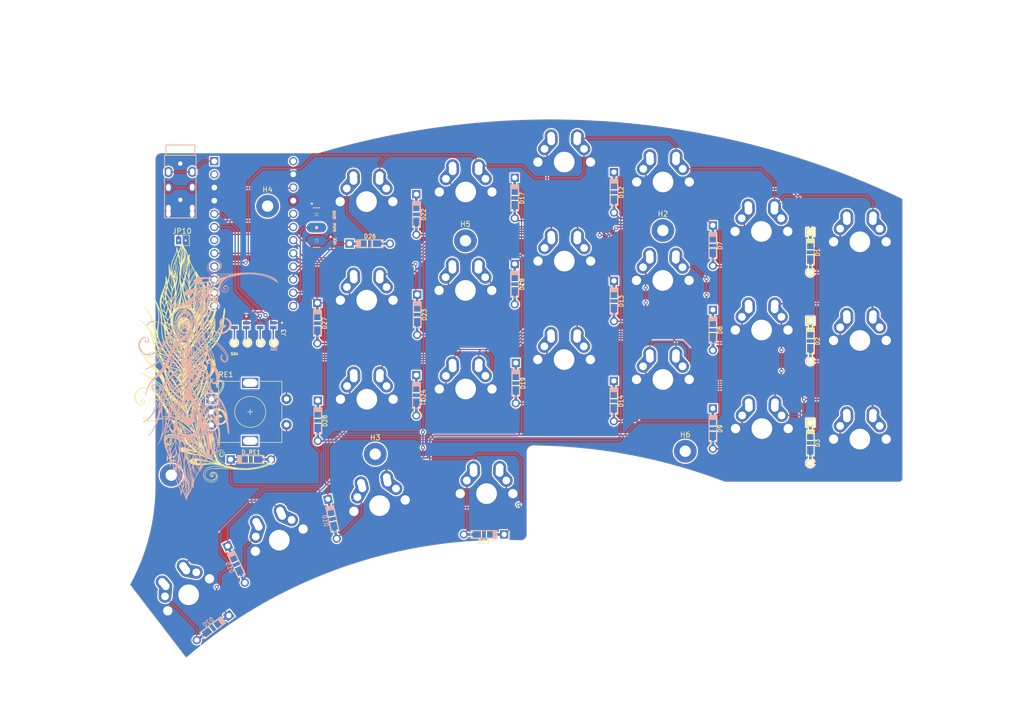
<source format=kicad_pcb>
(kicad_pcb (version 20221018) (generator pcbnew)
  (layers (0 "F.Cu" signal) (31 "B.Cu" signal) (34 "B.Paste" user) (35 "F.Paste" user) (36 "B.SilkS" user "B.Silkscreen") (37 "F.SilkS" user "F.Silkscreen") (38 "B.Mask" user) (39 "F.Mask" user) (44 "Edge.Cuts" user))
  (net 0 "")
  (net 1 "/Col1")
  (net 2 "Net-(D7-A)")
  (net 3 "Net-(D8-A)")
  (net 4 "Net-(D9-A)")
  (net 5 "Net-(D10-A)")
  (net 6 "/Col2")
  (net 7 "Net-(D12-A)")
  (net 8 "Net-(D13-A)")
  (net 9 "Net-(D14-A)")
  (net 10 "Net-(D15-A)")
  (net 11 "/Col3")
  (net 12 "Net-(D17-A)")
  (net 13 "Net-(D18-A)")
  (net 14 "Net-(D19-A)")
  (net 15 "Net-(D20-A)")
  (net 16 "/Col4")
  (net 17 "Net-(D22-A)")
  (net 18 "Net-(D23-A)")
  (net 19 "Net-(D24-A)")
  (net 20 "/Col5")
  (net 21 "Net-(D25-A)")
  (net 22 "Net-(D26-A)")
  (net 23 "Net-(D27-A)")
  (net 24 "/Row1")
  (net 25 "/Row2")
  (net 26 "/Row3")
  (net 27 "Net-(D28-A)")
  (net 28 "/Serial")
  (net 29 "VCC")
  (net 30 "GND")
  (net 31 "/Col6")
  (net 32 "Net-(D_RE1-A)")
  (net 33 "Net-(J3-Pin_1)")
  (net 34 "Net-(J3-Pin_2)")
  (net 35 "SCL")
  (net 36 "SDA")
  (net 37 "/PWM")
  (net 38 "Net-(J3-Pin_3)")
  (net 39 "/RotA")
  (net 40 "/RotB")
  (net 41 "Net-(J3-Pin_4)")
  (net 42 "Net-(U1-RST)")
  (net 46 "Net-(D1-A)")
  (net 47 "Net-(D2-A)")
  (net 48 "Net-(D3-A)")
  (net 49 "/Row4")
  (footprint "Keebio-Parts:Hybrid_PCB_100H_Dual_hole" (layer "F.Cu") (at 118.171223 145.022992 37.5)
    (fp_text reference "SW20" hide)
    (fp_text value "SW_PUSH" hide)
  )
  (footprint "promicro:ProMicro" (layer "F.Cu") (at 130.740968 75.269844 -90)
    (fp_text reference "U1" hide)
    (fp_text value "ProMicro")
  )
  (footprint "Keebio-Parts:Hybrid_PCB_100H_Dual_hole" (layer "F.Cu") (at 152.534645 88.134727)
    (fp_text reference "SW27" hide)
    (fp_text value "SW_PUSH" hide)
  )
  (footprint "Keebio-Parts:Hybrid_PCB_100H_Dual_hole" (layer "F.Cu") (at 190.61476 99.600009)
    (fp_text reference "SW19" hide)
    (fp_text value "SW_PUSH" hide)
  )
  (footprint "Keebio-Parts:Hybrid_PCB_100H_Dual_hole" (layer "F.Cu") (at 152.491001 69.099832)
    (fp_text reference "SW26" hide)
    (fp_text value "SW_PUSH" hide)
  )
  (footprint "Keebio-Parts:Hybrid_PCB_100H_Dual_hole" (layer "F.Cu") (at 171.577782 86.249207)
    (fp_text reference "SW23" hide)
    (fp_text value "SW_PUSH" hide)
  )
  (footprint "Keebio-Parts:Hybrid_PCB_100H_Dual_hole" (layer "F.Cu") (at 152.554023 107.260179)
    (fp_text reference "SW28" hide)
    (fp_text value "SW_PUSH" hide)
  )
  (footprint "Keebio-Parts:Hybrid_PCB_100H_Dual_hole" (layer "F.Cu") (at 171.624694 67.238582)
    (fp_text reference "SW22" hide)
    (fp_text value "SW_PUSH" hide)
  )
  (footprint "Keebio-Parts:Hybrid_PCB_100H_Dual_hole" (layer "F.Cu") (at 171.621427 105.284103)
    (fp_text reference "SW24" hide)
    (fp_text value "SW_PUSH" hide)
  )
  (footprint "Keebio-Parts:Hybrid_PCB_100H_Dual_hole" (layer "F.Cu") (at 209.702729 65.309418)
    (fp_text reference "SW12" hide)
    (fp_text value "SW_PUSH" hide)
  )
  (footprint "Keebio-Parts:Hybrid_PCB_100H_Dual_hole" (layer "F.Cu") (at 155.005398 127.813734 12.5)
    (fp_text reference "SW10" hide)
    (fp_text value "SW_PUSH" hide)
  )
  (footprint "Keebio-Parts:Hybrid_PCB_100H_Dual_hole" (layer "F.Cu") (at 228.777191 112.931435)
    (fp_text reference "SW9" hide)
    (fp_text value "SW_PUSH" hide)
  )
  (footprint "Keebio-Parts:Hybrid_PCB_100H_Dual_hole" (layer "F.Cu") (at 228.73355 93.896534)
    (fp_text reference "SW8" hide)
    (fp_text value "SW_PUSH" hide)
  )
  (footprint "Keebio-Parts:Diode-dual" (layer "F.Cu") (at 162.114161 71.581297 90)
    (fp_text reference "D22")
    (fp_text value "1N4148" hide)
  )
  (footprint "Keebio-Parts:Diode-dual" (layer "F.Cu") (at 181.28917 104.141131 90)
    (fp_text reference "D19")
    (fp_text value "1N4148" hide)
  )
  (footprint "Keebio-Parts:Diode-dual" (layer "F.Cu") (at 153.118369 77.212943 180)
    (fp_text reference "D26")
    (fp_text value "1N4148" hide)
  )
  (footprint "Keebio-Parts:Diode-dual" (layer "F.Cu") (at 143.092015 111.421782 90)
    (fp_text reference "D28")
    (fp_text value "1N4148" hide)
  )
  (footprint "Keebio-Parts:Diode-dual" (layer "F.Cu") (at 142.999847 92.568004 90)
    (fp_text reference "D27")
    (fp_text value "1N4148" hide)
  )
  (footprint "Keebio-Parts:Diode-dual" (layer "F.Cu") (at 200.213177 107.607103 90)
    (fp_text reference "D14")
    (fp_text value "1N4148" hide)
  )
  (footprint "Keebio-Parts:Diode-dual" (layer "F.Cu") (at 162.104377 106.5083 90)
    (fp_text reference "D24")
    (fp_text value "1N4148" hide)
  )
  (footprint "Keebio-Parts:Diode-dual" (layer "F.Cu") (at 219.320188 112.931435 90)
    (fp_text reference "D9")
    (fp_text value "1N4148" hide)
  )
  (footprint "Keebio-Parts:Hybrid_PCB_100H_Dual_hole" (layer "F.Cu") (at 190.642292 61.463929)
    (fp_text reference "SW17" hide)
    (fp_text value "SW_PUSH" hide)
  )
  (footprint "Keebio-Parts:Diode-dual" (layer "F.Cu") (at 200.242334 88.30054 90)
    (fp_text reference "D13")
    (fp_text value "1N4148" hide)
  )
  (footprint "Keebio-Parts:Hybrid_PCB_100H_Dual_hole" (layer "F.Cu") (at 135.654609 134.469673 25)
    (fp_text reference "SW15" hide)
    (fp_text value "SW_PUSH" hide)
  )
  (footprint "Keebio-Parts:Hybrid_PCB_100H_Dual_hole" (layer "F.Cu") (at 209.675192 103.44549)
    (fp_text reference "SW14" hide)
    (fp_text value "SW_PUSH" hide)
  )
  (footprint "Keebio-Parts:Hybrid_PCB_100H_Dual_hole" (layer "F.Cu") (at 228.689902 74.861632)
    (fp_text reference "SW7" hide)
    (fp_text value "SW_PUSH" hide)
  )
  (footprint "Keebio-Parts:Diode-dual" (layer "F.Cu") (at 181.083769 68.399142 90)
    (fp_text reference "D17")
    (fp_text value "1N4148" hide)
  )
  (footprint "Keebio-Parts:Diode-dual" (layer "F.Cu") (at 219.320189 93.896535 90)
    (fp_text reference "D8")
    (fp_text value "1N4148" hide)
  )
  (footprint "Keebio-Parts:Hybrid_PCB_100H_Dual_hole" (layer "F.Cu") (at 190.661675 80.58938)
    (fp_text reference "SW18" hide)
    (fp_text value "SW_PUSH" hide)
  )
  (footprint "Keebio-Parts:Diode-dual" (layer "F.Cu") (at 162.266117 90.936384 90)
    (fp_text reference "D23")
    (fp_text value "1N4148" hide)
  )
  (footprint "Keebio-Parts:Diode-dual" (layer "F.Cu") (at 181.08377 85.036143 90)
    (fp_text reference "D18")
    (fp_text value "1N4148" hide)
  )
  (footprint "Keebio-Parts:Diode-dual" (layer "F.Cu") (at 200.242333 67.31 90)
    (fp_text reference "D12")
    (fp_text value "1N4148" hide)
  )
  (footprint "Keebio-Parts:Diode-dual" (layer "F.Cu") (at 219.32019 77.592116 90)
    (fp_text reference "D7")
    (fp_text value "1N4148" hide)
  )
  (footprint "Keebio-Parts:TRRS-PJ-320A" (layer "F.Cu") (at 116.567769 60.144144)
    (fp_text reference "J1")
    (fp_text value "AudioJack4")
  )
  (footprint "SparkFun-Passives:PAD-JUMPER-2-NO_NO_SILK" (layer "F.Cu") (at 134.500169 92.960943 -90)
    (fp_text reference "JP1" hide)
    (fp_text value "Jumper_NO_Small" hide)
  )
  (footprint "SparkFun-Passives:PAD-JUMPER-2-NO_NO_SILK" (layer "F.Cu") (at 131.960168 92.960944 -90)
    (fp_text reference "JP2" hide)
    (fp_text value "Jumper_NO_Small" hide)
  )
  (footprint "SparkFun-Passives:PAD-JUMPER-2-NO_NO_SILK" (layer "F.Cu") (at 129.293169 92.960944 -90)
    (fp_text reference "JP3" hide)
    (fp_text value "Jumper_NO_Small" hide)
  )
  (footprint "SparkFun-Passives:PAD-JUMPER-2-NO_NO_SILK" (layer "F.Cu") (at 127.007168 92.960944 -90)
    (fp_text reference "JP4" hide)
    (fp_text value "Jumper_NO_Small" hide)
  )
  (footprint "usbc_footprint:OLED_4Pin_outline" (layer "F.Cu") (at 134.601768 96.339143 180)
    (fp_text reference "J3")
    (fp_text value "Conn_01x04" hide)
  )
  (footprint "SparkFun-Connectors:1X03_LONGPADS" (layer "F.Cu") (at 142.85677 71.574144 -90)
    (fp_text reference "PWM_PAD2" hide)
    (fp_text value "Conn_01x03" hide)
  )
  (footprint "Keebio-Parts:Diode-dual" (layer "F.Cu") (at 130.169999 118.884001 180)
    (fp_text reference "D_RE1")
    (fp_text value "1N4148" hide)
  )
  (footprint "Rotary_Encoder:RotaryEncoder_Alps_EC11E-Switch_Vertical_H20mm" (layer "F.Cu") (at 122.55 107.2)
    (fp_text reference "RE1")
    (fp_text value "Rotary_Encoder_Switch")
  )
  (footprint "MountingHole:MountingHole_2.2mm_M2_Pad" (layer "F.Cu") (at 209.675193 74.672944)
    (fp_text reference "H2")
    (fp_text value "MountingHole")
  )
  (footprint "MountingHole:MountingHole_2.2mm_M2_Pad" (layer "F.Cu") (at 133.407968 69.973943)
    (fp_text reference "H4")
    (fp_text value "MountingHole")
  )
  (footprint "MountingHole:MountingHole_2.2mm_M2_Pad" (layer "F.Cu") (at 171.577783 76.654143)
    (fp_text reference "H5")
    (fp_text value "MountingHole")
  )
  (footprint "Keebio-Parts:Hybrid_PCB_100H_Dual_hole" (layer "F.Cu") (at 209.65582 84.320046)
    (fp_text reference "SW13" hide)
    (fp_text value "SW_PUSH" hide)
  )
  (footprint "personal-logo:peacock-medium" (layer "F.Cu") (at 118.4 102.5 30)
    (fp_text reference "LOGO3")
    (fp_text value "LOGO-OTL" hide)
  )
  (footprint "Keebio-Parts:Diode-dual" (layer "F.Cu") (at 238.125 115.7 90)
    (fp_text reference "D3")
    (fp_text value "1N4148" hide)
  )
  (footprint "Keebio-Parts:Hybrid_PCB_100H_Dual_hole" (layer "F.Cu") (at 175.656513 125.490813)
    (fp_text reference "SW25" hide)
    (fp_text value "SW_PUSH" hide)
  )
  (footprint "MountingHole:MountingHole_2.2mm_M2_Pad" (layer "F.Cu") (at 214 117.3)
    (fp_text reference "H6")
    (fp_text value "MountingHole")
  )
  (footprint "Keebio-Parts:Diode-dual" (layer "F.Cu") (at 238.125 78.87 90)
    (fp_text reference "D1")
    (fp_text value "1N4148" hide)
  )
  (footprint "Keebio-Parts:Hybrid_PCB_100H_Dual_hole" (layer "F.Cu") (at 247.689902 95.911632)
    (fp_text reference "SW2" hide)
    (fp_text value "SW_PUSH" hide)
  )
  (footprint "Keebio-Parts:Diode-dual" (layer "F.Cu") (at 175.148514 133.364814)
    (fp_text reference "D25")
    (fp_text value "1N4148" hide)
  )
  (footprint "User-Submitted:SolderJumper-flip-2_P1.3mm_Open_Pad1.0x1.5mm" (layer "F.Cu") (at 116.9 76.6)
    (fp_text reference "JP10")
    (fp_text value "Jumper_NO_Small")
  )
  (footprint "Keebio-Parts:Hybrid_PCB_100H_Dual_hole" (layer "F.Cu") (at 247.689902 114.961632)
    (fp_text reference "SW3" hide)
    (fp_text value "SW_PUSH" hide)
  )
  (footprint "Keebio-Parts:Hybrid_PCB_100H_Dual_hole" (layer "F.Cu") (at 247.689902 76.861632)
    (fp_text reference "SW1" hide)
    (fp_text value "SW_PUSH" hide)
  )
  (footprint "MountingHole:MountingHole_2.2mm_M2_Pad" (layer "F.Cu") (at 114.808 121.92)
    (fp_text reference "H1")
    (fp_text value "MountingHole")
  )
  (footprint "MountingHole:MountingHole_2.2mm_M2_Pad" (layer "F.Cu") (at 154.178 117.856)
    (fp_text reference "H3")
    (fp_text value "MountingHole")
  )
  (footprint "Keebio-Parts:Diode-dual" (layer "F.Cu") (at 238.125 96.015 90)
    (fp_text reference "D2")
    (fp_text value "1N4148" hide)
  )
  (footprint "Keebio-Parts:Diode-dual" (layer "B.Cu") (at 122.824514 151.398813 37.5)
    (fp_text reference "D20")
    (fp_text value "1N4148" hide)
  )
  (footprint "Keebio-Parts:Diode-dual" (layer "B.Cu") (at 127.362767 139.138143 115)
    (fp_text reference "D15")
    (fp_text value "1N4148" hide)
  )
  (footprint "Keebio-Parts:Diode-dual" (layer "B.Cu") (at 145.904769 130.375141 102.5)
    (fp_text reference "D10")
    (fp_text value "1N4148" hide)
  )
  (footprint "Keebio-Parts:TRRS-PJ-320A" (layer "B.Cu") (at 116.567769 60.180142 180)
    (fp_text reference "J2")
    (fp_text value "AudioJack4")
  )
  (footprint "SparkFun-Passives:PAD-JUMPER-2-NO_NO_SILK" (layer "B.Cu") (at 134.500169 92.960943 -90)
    (fp_text reference "JP5" hide)
    (fp_text value "Jumper_NO_Small" hide)
  )
  (footprint "SparkFun-Passives:PAD-JUMPER-2-NO_NO_SILK" (layer "B.Cu") (at 131.960168 92.960944 -90)
    (fp_text reference "JP6" hide)
    (fp_text value "Jumper_NO_Small" hide)
  )
  (footprint "SparkFun-Passives:PAD-JUMPER-2-NO_NO_SILK" (layer "B.Cu") (at 129.293169 92.960944 -90)
    (fp_text reference "JP7" hide)
    (fp_text value "Jumper_NO_Small" hide)
  )
  (footprint "SparkFun-Passives:PAD-JUMPER-2-NO_NO_SILK" (layer "B.Cu") (at 127.007168 92.960944 -90)
    (fp_text reference "JP8" hide)
    (fp_text value "Jumper_NO_Small")
  )
  (footprint "SparkFun-Connectors:1X03_LONGPADS" (layer "B.Cu") (at 142.85677 71.574144 -90)
    (fp_text reference "PWM_PAD1" hide)
    (fp_text value "Conn_01x03" hide)
  )
  (footprint "personal-logo:peacock-medium" (layer "B.Cu") (at 119.2 101.2 -30)
    (fp_text reference "LOGO4")
    (fp_text value "LOGO-OTL" hide)
  )
  (gr_line (start 255.905 68.58) (end 255.905 122.555) (stroke (width 0.05)) (layer "Edge.Cuts"))
  (gr_line (start 121.74777 59.763143) (end 134.34777 59.763143) (stroke (width 0.05)) (layer "Edge.Cuts"))
  (gr_line (start 112.747768 59.763143) (end 121.74777 59.763143) (stroke (width 0.05)) (layer "Edge.Cuts"))
  (gr_arc (start 255.905 122.555) (mid 255.719013 123.004013) (end 255.27 123.19) (stroke (width 0.05)) (layer "Edge.Cuts"))
  (gr_arc (start 111.764391 123.320299) (mid 110.589565 133.505049) (end 106.865237 143.056946) (stroke (width 0.05)) (layer "Edge.Cuts"))
  (gr_line (start 183.392391 117.475) (end 183.392391 133.35) (stroke (width 0.05)) (layer "Edge.Cuts"))
  (gr_arc (start 183.392391 117.475) (mid 183.808385 116.532628) (end 184.785 116.205) (stroke (width 0.05)) (layer "Edge.Cuts"))
  (gr_arc (start 117.689016 157.162768) (mid 147.832246 139.749555) (end 182.245 134.4963) (stroke (width 0.05)) (layer "Edge.Cuts"))
  (gr_line (start 221.615 123.19) (end 255.27 123.19) (stroke (width 0.05)) (layer "Edge.Cuts"))
  (gr_arc (start 184.785 116.205) (mid 203.511416 118.055486) (end 221.615 123.19) (stroke (width 0.05)) (layer "Edge.Cuts"))
  (gr_arc (start 111.764391 60.836301) (mid 112.06292 60.122723) (end 112.747768 59.763143) (stroke (width 0.05)) (layer "Edge.Cuts"))
  (gr_line (start 111.764391 123.320299) (end 111.764391 60.836299) (stroke (width 0.05)) (layer "Edge.Cuts"))
  (gr_line (start 106.865237 143.056946) (end 117.689016 157.162768) (stroke (width 0.05)) (layer "Edge.Cuts"))
  (gr_arc (start 183.392391 133.35) (mid 183.056262 134.160942) (end 182.245 134.4963) (stroke (width 0.05)) (layer "Edge.Cuts"))
  (gr_line (start 134.34777 59.763143) (end 143.129 59.763143) (stroke (width 0.05)) (layer "Edge.Cuts"))
  (gr_arc (start 143.129 59.763143) (mid 200.33534 53.704221) (end 255.905 68.58) (stroke (width 0.05)) (layer "Edge.Cuts"))
  (gr_text "SDA" (at 134.601768 97.609143) (layer "B.SilkS") (effects (font (size 0.5 0.5) (thickness 0.125)) (justify mirror)))
  (gr_text "GND" (at 146.285768 71.828143 270) (layer "B.SilkS") (effects (font (size 0.5 0.5) (thickness 0.125)) (justify mirror)))
  (gr_text "VCC" (at 146.412768 76.654143 270) (layer "B.SilkS") (effects (font (size 0.5 0.5) (thickness 0.125)) (justify mirror)))
  (gr_text "PWM" (at 146.285767 73.987143 270) (layer "B.SilkS") (effects (font (size 0.5 0.5) (thickness 0.125)) (justify mirror)))
  (gr_text "PWM" (at 146.285768 74.114144 270) (layer "F.SilkS") (effects (font (size 0.5 0.5) (thickness 0.125))))
  (gr_text "VCC" (at 146.412768 76.781143 90) (layer "F.SilkS") (effects (font (size 0.5 0.5) (thickness 0.125))))
  (gr_text "GND" (at 146.285769 71.574143 90) (layer "F.SilkS") (effects (font (size 0.5 0.5) (thickness 0.125))))
  (gr_text "SDA" (at 126.981769 98.498143) (layer "F.SilkS") (effects (font (size 0.5 0.5) (thickness 0.125))))
  (segment (start 140.509 79.93) (end 139.7 79.121) (width 0.25) (layer "F.Cu") (net 1))
  (segment (start 161.29 79.375) (end 160.735 79.93) (width 0.25) (layer "F.Cu") (net 1))
  (segment (start 219.32019 73.692116) (end 219.32019 76.192115) (width 0.25) (layer "F.Cu") (net 1))
  (segment (start 216.628074 71) (end 207.765 71) (width 0.25) (layer "F.Cu") (net 1))
  (segment (start 139.7 79.121) (end 139.7 77.878874) (width 0.25) (layer "F.Cu") (net 1))
  (segment (start 160.735 79.93) (end 140.509 79.93) (width 0.25) (layer "F.Cu") (net 1))
  (segment (start 186.173468 71.994924) (end 183.746392 74.422) (width 0.25) (layer "F.Cu") (net 1))
  (segment (start 219.32019 73.692116) (end 216.628074 71) (width 0.25) (layer "F.Cu") (net 1))
  (segment (start 197.993 73.533) (end 196.454924 71.994924) (width 0.25) (layer "F.Cu") (net 1))
  (segment (start 219.32019 73.692116) (end 218.821962 74.190344) (width 0.25) (layer "F.Cu") (net 1))
  (segment (start 178.439188 74.422) (end 176.174788 72.1576) (width 0.25) (layer "F.Cu") (net 1))
  (segment (start 162.234657 79.375) (end 161.29 79.375) (width 0.25) (layer "F.Cu") (net 1))
  (segment (start 205.232 73.533) (end 197.993 73.533) (width 0.25) (layer "F.Cu") (net 1))
  (segment (start 169.452765 72.1576) (end 169.410365 72.2) (width 0.25) (layer "F.Cu") (net 1))
  (segment (start 169.410365 72.2) (end 169.40963 72.2) (width 0.25) (layer "F.Cu") (net 1))
  (segment (start 196.454924 71.994924) (end 186.173468 71.994924) (width 0.25) (layer "F.Cu") (net 1))
  (segment (start 207.765 71) (end 205.232 73.533) (width 0.25) (layer "F.Cu") (net 1))
  (segment (start 176.174788 72.1576) (end 169.452765 72.1576) (width 0.25) (layer "F.Cu") (net 1))
  (segment (start 167.978779 73.630851) (end 167.978779 73.630878) (width 0.25) (layer "F.Cu") (net 1))
  (segment (start 139.7 77.878874) (end 138.360969 76.539843) (width 0.25) (layer "F.Cu") (net 1))
  (segment (start 169.40963 72.2) (end 167.978779 73.630851) (width 0.25) (layer "F.Cu") (net 1))
  (segment (start 183.746392 74.422) (end 178.439188 74.422) (width 0.25) (layer "F.Cu") (net 1))
  (segment (start 167.978779 73.630878) (end 162.234657 79.375) (width 0.25) (layer "F.Cu") (net 1))
  (segment (start 219.32019 73.692116) (end 220.656968 75.028894) (width 0.25) (layer "B.Cu") (net 1))
  (segment (start 145.060655 116.410781) (end 146.772396 114.69904) (width 0.25) (layer "B.Cu") (net 1))
  (segment (start 220.656968 110.194655) (end 219.32019 111.531435) (width 0.25) (layer "B.Cu") (net 1))
  (segment (start 204.896971 111.531435) (end 219.320188 111.531435) (width 0.25) (layer "B.Cu") (net 1))
  (segment (start 220.55758 91.259144) (end 219.320189 92.496534) (width 0.25) (layer "B.Cu") (net 1))
  (segment (start 220.656968 75.028894) (end 220.656967 91.259144) (width 0.25) (layer "B.Cu") (net 1))
  (segment (start 146.772396 114.69904) (end 162.179081 114.69904) (width 0.25) (layer "B.Cu") (net 1))
  (segment (start 220.656967 91.259144) (end 220.55758 91.259144) (width 0.25) (layer "B.Cu") (net 1))
  (segment (start 145.060655 126.567588) (end 145.060655 116.410781) (width 0.25) (layer "B.Cu") (net 1))
  (segment (start 220.656967 91.259144) (end 220.656967 108.962943) (width 0.25) (layer "B.Cu") (net 1))
  (segment (start 162.711892 115.231851) (end 201.196555 115.231851) (width 0.25) (layer "B.Cu") (net 1))
  (segment (start 162.179081 114.69904) (end 162.711892 115.231851) (width 0.25) (layer "B.Cu") (net 1))
  (segment (start 201.196555 115.231851) (end 204.896971 111.531435) (width 0.25) (layer "B.Cu") (net 1))
  (segment (start 220.656967 108.962943) (end 220.656968 110.194655) (width 0.25) (layer "B.Cu") (net 1))
  (segment (start 223.921596 81.492115) (end 219.320189 81.492117) (width 0.25) (layer "F.Cu") (net 2))
  (segment (start 225.387902 70.543634) (end 225.387902 80.02581) (width 0.25) (layer "F.Cu") (net 2))
  (segment (start 226.149901 69.781633) (end 226.149902 71.051634) (width 1) (layer "F.Cu") (net 2))
  (segment (start 225.387902 80.02581) (end 223.921596 81.492115) (width 0.25) (layer "F.Cu") (net 2))
  (segment (start 224.879901 72.321633) (end 224.371903 71.813632) (width 0.25) (layer "F.Cu") (net 2))
  (segment (start 226.149902 71.051634) (end 224.879901 72.321633) (width 1) (layer "F.Cu") (net 2))
  (segment (start 226.193549 88.816535) (end 226.193549 90.086535) (width 0.25) (layer "F.Cu") (net 3))
  (segment (start 224.307977 96.396534) (end 219.320188 96.396534) (width 0.25) (layer "F.Cu") (net 3))
  (segment (start 224.923549 95.780963) (end 224.307977 96.396534) (width 0.25) (layer "F.Cu") (net 3))
  (segment (start 226.193549 90.086535) (end 224.92355 91.356534) (width 0.25) (layer "F.Cu") (net 3))
  (segment (start 224.923549 91.356534) (end 224.923549 95.780963) (width 0.25) (layer "F.Cu") (net 3))
  (segment (start 225.01355 89.996536) (end 226.193549 88.816535) (width 0.25) (layer "F.Cu") (net 3))
  (segment (start 224.967191 109.121435) (end 226.237191 107.851435) (width 0.25) (layer "F.Cu") (net 4))
  (segment (start 224.967192 114.38092) (end 222.516678 116.831433) (width 0.25) (layer "F.Cu") (net 4))
  (segment (start 224.967191 110.391435) (end 224.967192 114.38092) (width 0.25) (layer "F.Cu") (net 4))
  (segment (start 222.516678 116.831433) (end 219.32019 116.831434) (width 0.25) (layer "F.Cu") (net 4))
  (segment (start 224.967191 110.391435) (end 224.967191 109.121435) (width 0.25) (layer "F.Cu") (net 4))
  (segment (start 226.237192 107.851434) (end 226.237192 106.63392) (width 0.25) (layer "B.Cu") (net 4))
  (segment (start 151.426093 125.468437) (end 150.735954 126.158577) (width 1) (layer "F.Cu") (net 5))
  (segment (start 151.426093 123.403907) (end 150.88829 123.403908) (width 1) (layer "F.Cu") (net 5))
  (segment (start 150.847081 124.312771) (end 150.847082 126.529056) (width 0.25) (layer "F.Cu") (net 5))
  (segment (start 151.426093 123.403907) (end 151.426093 125.468437) (width 1) (layer "F.Cu") (net 5))
  (segment (start 150.481641 130.44994) (end 146.748882 134.182699) (width 0.25) (layer "B.Cu") (net 5))
  (segment (start 150.483387 130.449941) (end 151.482514 129.450813) (width 0.25) (layer "B.Cu") (net 5))
  (segment (start 151.482514 129.450813) (end 151.482515 126.905137) (width 0.25) (layer "B.Cu") (net 5))
  (segment (start 150.481641 130.44994) (end 150.483387 130.449941) (width 0.25) (layer "B.Cu") (net 5))
  (segment (start 151.482515 126.905137) (end 150.735954 126.158577) (width 0.25) (layer "B.Cu") (net 5))
  (segment (start 138.360968 79.079843) (end 139.164125 79.883) (width 0.25) (layer "F.Cu") (net 6))
  (segment (start 199.415378 83.573587) (end 200.242332 84.400541) (width 0.25) (layer "F.Cu") (net 6))
  (segment (start 186.359854 72.444934) (end 196.268538 72.444934) (width 0.25) (layer "F.Cu") (net 6))
  (segment (start 196.268538 72.444934) (end 199.415378 75.591774) (width 0.25) (layer "F.Cu") (net 6))
  (segment (start 161.036299 80.38) (end 161.533299 79.883) (width 0.25) (layer "F.Cu") (net 6))
  (segment (start 169.596761 72.65) (end 169.639161 72.6076) (width 0.25) (layer "F.Cu") (net 6))
  (segment (start 162.363053 79.883) (end 169.596053 72.65) (width 0.25) (layer "F.Cu") (net 6))
  (segment (start 169.639161 72.6076) (end 175.988392 72.6076) (width 0.25) (layer "F.Cu") (net 6))
  (segment (start 199.415378 75.591774) (end 199.415378 83.573587) (width 0.25) (layer "F.Cu") (net 6))
  (segment (start 183.932788 74.872) (end 186.359854 72.444934) (width 0.25) (layer "F.Cu") (net 6))
  (segment (start 139.661124 80.38) (end 161.036299 80.38) (width 0.25) (layer "F.Cu") (net 6))
  (segment (start 169.596053 72.65) (end 169.596761 72.65) (width 0.25) (layer "F.Cu") (net 6))
  (segment (start 178.252792 74.872) (end 183.932788 74.872) (width 0.25) (layer "F.Cu") (net 6))
  (segment (start 161.533299 79.883) (end 162.363053 79.883) (width 0.25) (layer "F.Cu") (net 6))
  (segment (start 175.988392 72.6076) (end 178.252792 74.872) (width 0.25) (layer "F.Cu") (net 6))
  (segment (start 138.360968 79.079844) (end 139.661124 80.38) (width 0.25) (layer "F.Cu") (net 6))
  (segment (start 201.556168 103.980076) (end 201.556168 114.236523) (width 0.25) (layer "B.Cu") (net 6))
  (segment (start 201.556168 85.586705) (end 200.242334 86.900542) (width 0.25) (layer "B.Cu") (net 6))
  (segment (start 144.611135 116.224583) (end 144.611135 123.924596) (width 0.25) (layer "B.Cu") (net 6))
  (segment (start 144.917859 115.917859) (end 144.611135 116.224583) (width 0.25) (layer "B.Cu") (net 6))
  (segment (start 201.556167 104.86411) (end 200.213179 106.207103) (width 0.25) (layer "B.Cu") (net 6))
  (segment (start 201.556168 103.980076) (end 201.556167 104.86411) (width 0.25) (layer "B.Cu") (net 6))
  (segment (start 146.586198 114.24952) (end 144.917859 115.917859) (width 0.25) (layer "B.Cu") (net 6))
  (segment (start 201.556168 114.236523) (end 201.01036 114.782331) (width 0.25) (layer "B.Cu") (net 6))
  (segment (start 132.76717 124.823564) (end 125.714559 131.876175) (width 0.25) (layer "B.Cu") (net 6))
  (segment (start 201.556168 82.165942) (end 201.556168 85.586705) (width 0.25) (layer "B.Cu") (net 6))
  (segment (start 201.556168 82.165942) (end 201.556168 103.980076) (width 0.25) (layer "B.Cu") (net 6))
  (segment (start 144.611135 123.924596) (end 143.712168 124.823563) (width 0.25) (layer "B.Cu") (net 6))
  (segment (start 125.714559 131.876175) (end 125.714557 134.461754) (width 0.25) (layer "B.Cu") (net 6))
  (segment (start 201.01036 114.782331) (end 162.89809 114.782331) (width 0.25) (layer "B.Cu") (net 6))
  (segment (start 200.242333 63.41) (end 201.556168 64.723835) (width 0.25) (layer "B.Cu") (net 6))
  (segment (start 162.365279 114.24952) (end 146.586198 114.24952) (width 0.25) (layer "B.Cu") (net 6))
  (segment (start 162.89809 114.782331) (end 162.365279 114.24952) (width 0.25) (layer "B.Cu") (net 6))
  (segment (start 201.556168 64.723835) (end 201.556168 82.165942) (width 0.25) (layer "B.Cu") (net 6))
  (segment (start 125.714557 134.461754) (end 125.714559 135.603543) (width 0.25) (layer "B.Cu") (net 6))
  (segment (start 143.712168 124.823563) (end 132.76717 124.823564) (width 0.25) (layer "B.Cu") (net 6))
  (segment (start 206.400729 60.991419) (end 206.400729 70.895182) (width 0.25) (layer "F.Cu") (net 7))
  (segment (start 201.422333 72.39) (end 200.242333 71.21) (width 0.25) (layer "F.Cu") (net 7))
  (segment (start 204.905911 72.39) (end 201.422333 72.39) (width 0.25) (layer "F.Cu") (net 7))
  (segment (start 207.162729 60.229418) (end 207.16273 61.499417) (width 1) (layer "F.Cu") (net 7))
  (segment (start 206.400729 70.895182) (end 204.905911 72.39) (width 0.25) (layer "F.Cu") (net 7))
  (segment (start 207.16273 61.499417) (end 205.892729 62.769418) (width 1) (layer "F.Cu") (net 7))
  (segment (start 200.242333 71.21) (end 200.242333 68.71) (width 0.25) (layer "F.Cu") (net 7))
  (segment (start 206.353817 88.595094) (end 206.353818 89.560292) (width 0.25) (layer "F.Cu") (net 8))
  (segment (start 206.353818 89.560292) (end 203.71357 92.20054) (width 0.25) (layer "F.Cu") (net 8))
  (segment (start 207.115818 80.510045) (end 205.84582 81.780044) (width 0.25) (layer "F.Cu") (net 8))
  (segment (start 206.353818 80.002045) (end 207.115819 79.240046) (width 0.25) (layer "F.Cu") (net 8))
  (segment (start 203.71357 92.20054) (end 200.242333 92.20054) (width 0.25) (layer "F.Cu") (net 8))
  (segment (start 206.353818 80.002045) (end 206.353818 85.699493) (width 0.25) (layer "F.Cu") (net 8))
  (segment (start 207.115819 79.240046) (end 207.115818 80.510045) (width 0.25) (layer "F.Cu") (net 8))
  (via (at 206.353817 88.595094) (size 0.8) (drill 0.4) (layers "F.Cu" "B.Cu") (net 8))
  (via (at 206.353818 85.699493) (size 0.8) (drill 0.4) (layers "F.Cu" "B.Cu") (net 8))
  (segment (start 206.353818 85.699493) (end 206.353817 88.595094) (width 0.25) (layer "B.Cu") (net 8))
  (segment (start 205.865193 99.635491) (end 207.135193 98.365489) (width 0.25) (layer "F.Cu") (net 9))
  (segment (start 206.373194 99.127491) (end 206.373194 109.657721) (width 0.25) (layer "F.Cu") (net 9))
  (segment (start 204.523809 111.507102) (end 200.213179 111.507103) (width 0.25) (layer "F.Cu") (net 9))
  (segment (start 206.373194 109.657721) (end 204.523809 111.507102) (width 0.25) (layer "F.Cu") (net 9))
  (segment (start 205.865192 100.90549) (end 205.865193 99.635491) (width 0.25) (layer "F.Cu") (net 9))
  (segment (start 207.9 96) (end 213.5 96) (width 0.25) (layer "B.Cu") (net 9))
  (segment (start 207.135192 96.764808) (end 207.9 96) (width 0.25) (layer "B.Cu") (net 9))
  (segment (start 207.135192 98.36549) (end 207.135192 96.764808) (width 0.25) (layer "B.Cu") (net 9))
  (segment (start 214.675192 97.175192) (end 214.675192 99.64549) (width 0.25) (layer "B.Cu") (net 9))
  (segment (start 213.5 96) (end 214.675192 97.175192) (width 0.25) (layer "B.Cu") (net 9))
  (segment (start 131.205686 130.93908) (end 131.205687 133.700268) (width 1) (layer "F.Cu") (net 10))
  (segment (start 129.384229 142.299493) (end 129.010979 142.672742) (width 0.25) (layer "F.Cu") (net 10))
  (segment (start 131.205687 133.700268) (end 131.128127 133.777828) (width 1) (layer "F.Cu") (net 10))
  (segment (start 129.010978 135.894975) (end 129.010978 142.672743) (width 0.25) (layer "B.Cu") (net 10))
  (segment (start 131.205686 130.93908) (end 130.832048 130.291919) (width 0.25) (layer "B.Cu") (net 10))
  (segment (start 131.128126 133.777827) (end 129.010978 135.894975) (width 0.25) (layer "B.Cu") (net 10))
  (segment (start 161.624695 80.428) (end 162.454449 80.428) (width 0.25) (layer "F.Cu") (net 11))
  (segment (start 180.26378 80.316153) (end 181.083768 81.136143) (width 0.25) (layer "F.Cu") (net 11))
  (segment (start 169.782449 73.1) (end 169.783157 73.1) (width 0.25) (layer "F.Cu") (net 11))
  (segment (start 123.58439 146.690443) (end 123.584391 143.5083) (width 0.25) (layer "F.Cu") (net 11))
  (segment (start 140.17942 80.83) (end 161.222695 80.83) (width 0.25) (layer "F.Cu") (net 11))
  (segment (start 179.510396 75.496) (end 180.26378 76.249384) (width 0.25) (layer "F.Cu") (net 11))
  (segment (start 178.240396 75.496) (end 179.510396 75.496) (width 0.25) (layer "F.Cu") (net 11))
  (segment (start 169.825557 73.0576) (end 175.801996 73.0576) (width 0.25) (layer "F.Cu") (net 11))
  (segment (start 162.454449 80.428) (end 169.782449 73.1) (width 0.25) (layer "F.Cu") (net 11))
  (segment (start 180.26378 76.249384) (end 180.26378 80.316153) (width 0.25) (layer "F.Cu") (net 11))
  (segment (start 139.389576 81.619844) (end 140.17942 80.83) (width 0.25) (layer "F.Cu") (net 11))
  (segment (start 125.918592 149.024644) (end 123.58439 146.690443) (width 0.25) (layer "F.Cu") (net 11))
  (segment (start 169.783157 73.1) (end 169.825557 73.0576) (width 0.25) (layer "F.Cu") (net 11))
  (segment (start 161.222695 80.83) (end 161.624695 80.428) (width 0.25) (layer "F.Cu") (net 11))
  (segment (start 138.36097 81.619844) (end 139.389576 81.619844) (width 0.25) (layer "F.Cu") (net 11))
  (segment (start 175.801996 73.0576) (end 178.240396 75.496) (width 0.25) (layer "F.Cu") (net 11))
  (via (at 123.584391 143.5083) (size 0.8) (drill 0.4) (layers "F.Cu" "B.Cu") (net 11))
  (segment (start 144.161615 116.038386) (end 144.161615 123.738398) (width 0.25) (layer "B.Cu") (net 11))
  (segment (start 163.084288 114.332811) (end 162.551477 113.8) (width 0.25) (layer "B.Cu") (net 11))
  (segment (start 125.696134 139.969012) (end 124.142872 141.160872) (width 0.25) (layer "B.Cu") (net 11))
  (segment (start 124.142872 141.160872) (end 124.142872 142.949819) (width 0.25) (layer "B.Cu") (net 11))
  (segment (start 132.58077 124.373553) (end 124.326896 132.627429) (width 0.25) (layer "B.Cu") (net 11))
  (segment (start 182.413682 104.197235) (end 182.413682 113.479009) (width 0.25) (layer "B.Cu") (net 11))
  (segment (start 124.326896 137.150804) (end 125.784391 138.608299) (width 0.25) (layer "B.Cu") (net 11))
  (segment (start 124.326896 132.627429) (end 124.326896 137.150804) (width 0.25) (layer "B.Cu") (net 11))
  (segment (start 182.404568 101.625734) (end 182.404569 104.188122) (width 0.25) (layer "B.Cu") (net 11))
  (segment (start 181.083768 65.899143) (end 182.404569 67.219943) (width 0.25) (layer "B.Cu") (net 11))
  (segment (start 182.413682 113.479009) (end 181.55988 114.332811) (width 0.25) (layer "B.Cu") (net 11))
  (segment (start 181.55988 114.332811) (end 163.084288 114.332811) (width 0.25) (layer "B.Cu") (net 11))
  (segment (start 182.404569 79.956141) (end 182.404568 101.625734) (width 0.25) (layer "B.Cu") (net 11))
  (segment (start 182.404568 101.625734) (end 181.289172 102.741129) (width 0.25) (layer "B.Cu") (net 11))
  (segment (start 125.784391 139.298633) (end 125.696134 139.969012) (width 0.25) (layer "B.Cu") (net 11))
  (segment (start 182.404569 104.188122) (end 182.404569 104.467142) (width 0.25) (layer "B.Cu") (net 11))
  (segment (start 144.161615 123.738398) (end 143.52646 124.373553) (width 0.25) (layer "B.Cu") (net 11))
  (segment (start 124.142872 142.949819) (end 123.584391 143.5083) (width 0.25) (layer "B.Cu") (net 11))
  (segment (start 125.784391 138.608299) (end 125.784391 139.298633) (width 0.25) (layer "B.Cu") (net 11))
  (segment (start 182.404569 67.219943) (end 182.404569 79.956141) (width 0.25) (layer "B.Cu") (net 11))
  (segment (start 182.404569 104.467142) (end 182.414172 104.476747) (width 0.25) (layer "B.Cu") (net 11))
  (segment (start 181.083769 81.276942) (end 182.404569 79.956141) (width 0.25) (layer "B.Cu") (net 11))
  (segment (start 182.404569 104.188122) (end 182.413682 104.197235) (width 0.25) (layer "B.Cu") (net 11))
  (segment (start 181.083769 82.536143) (end 181.083769 81.276942) (width 0.25) (layer "B.Cu") (net 11))
  (segment (start 146.4 113.8) (end 144.161615 116.038386) (width 0.25) (layer "B.Cu") (net 11))
  (segment (start 162.551477 113.8) (end 146.4 113.8) (width 0.25) (layer "B.Cu") (net 11))
  (segment (start 143.52646 124.373553) (end 132.58077 124.373553) (width 0.25) (layer "B.Cu") (net 11))
  (segment (start 187.340294 57.145929) (end 187.340294 69.555306) (width 0.25) (layer "F.Cu") (net 12))
  (segment (start 181.555624 72.771) (end 181.083767 72.299143) (width 0.25) (layer "F.Cu") (net 12))
  (segment (start 184.1246 72.771) (end 181.555624 72.771) (width 0.25) (layer "F.Cu") (net 12))
  (segment (start 188.102294 57.653928) (end 186.832293 58.92393) (width 1) (layer "F.Cu") (net 12))
  (segment (start 188.102293 56.383929) (end 188.102294 57.653928) (width 1) (layer "F.Cu") (net 12))
  (segment (start 187.340294 69.555306) (end 184.1246 72.771) (width 0.25) (layer "F.Cu") (net 12))
  (segment (start 182.658779 84.861132) (end 181.083767 86.436144) (width 0.25) (layer "F.Cu") (net 13))
  (segment (start 186.54458 73.533) (end 184.13158 75.946) (width 0.25) (layer "F.Cu") (net 13))
  (segment (start 188.121678 73.948678) (end 187.706 73.533) (width 0.25) (layer "F.Cu") (net 13))
  (segment (start 182.65878 79.889742) (end 182.658779 84.861132) (width 0.25) (layer "F.Cu") (net 13))
  (segment (start 182.198973 79.429934) (end 182.65878 79.889742) (width 0.25) (layer "F.Cu") (net 13))
  (segment (start 188.121676 76.77938) (end 186.851677 78.049379) (width 0.25) (layer "F.Cu") (net 13))
  (segment (start 187.359678 76.271379) (end 188.121678 75.50938) (width 0.25) (layer "F.Cu") (net 13))
  (segment (start 186.941676 76.68938) (end 188.121676 75.50938) (width 0.25) (layer "F.Cu") (net 13))
  (segment (start 188.121676 75.50938) (end 188.121676 76.77938) (width 0.25) (layer "F.Cu") (net 13))
  (segment (start 181.163797 79.172573) (end 181.421158 79.429933) (width 0.25) (layer "F.Cu") (net 13))
  (segment (start 188.121678 75.50938) (end 188.121678 73.948678) (width 0.25) (layer "F.Cu") (net 13))
  (segment (start 181.864 75.946) (end 181.163797 76.646203) (width 0.25) (layer "F.Cu") (net 13))
  (segment (start 184.13158 75.946) (end 181.864 75.946) (width 0.25) (layer "F.Cu") (net 13))
  (segment (start 181.421158 79.429933) (end 182.198973 79.429934) (width 0.25) (layer "F.Cu") (net 13))
  (segment (start 187.706 73.533) (end 186.54458 73.533) (width 0.25) (layer "F.Cu") (net 13))
  (segment (start 181.163797 76.646203) (end 181.163797 79.172573) (width 0.25) (layer "F.Cu") (net 13))
  (segment (start 187.312759 105.248551) (end 184.520182 108.041132) (width 0.25) (layer "F.Cu") (net 14))
  (segment (start 184.520182 108.041132) (end 181.289172 108.041131) (width 0.25) (layer "F.Cu") (net 14))
  (segment (start 187.31276 95.282008) (end 187.312759 105.248551) (width 0.25) (layer "F.Cu") (net 14))
  (segment (start 186.89476 96.970009) (end 186.804759 97.060009) (width 1) (layer "F.Cu") (net 14))
  (segment (start 113.063597 144.78856) (end 113.602292 145.327256) (width 1) (layer "F.Cu") (net 15))
  (segment (start 112.92294 143.607421) (end 112.291482 142.513706) (width 0.25) (layer "F.Cu") (net 15))
  (segment (start 113.308634 145.033598) (end 113.602292 145.327256) (width 1) (layer "F.Cu") (net 15))
  (segment (start 113.063598 142.539012) (end 113.063597 144.78856) (width 1) (layer "F.Cu") (net 15))
  (segment (start 119.730435 153.772983) (end 119.730436 151.455399) (width 0.25) (layer "B.Cu") (net 15))
  (segment (start 112.506203 141.573571) (end 113.063599 142.539011) (width 0.25) (layer "B.Cu") (net 15))
  (segment (start 119.730436 151.455399) (end 113.602292 145.327256) (width 0.25) (layer "B.Cu") (net 15))
  (segment (start 182.3 130.113328) (end 179.048514 133.364814) (width 0.25) (layer "F.Cu") (net 16))
  (segment (start 138.36097 83.284846) (end 138.360968 84.159843) (width 0.25) (layer "F.Cu") (net 16))
  (segment (start 163.384391 116.6083) (end 163.384391 113.6083) (width 0.25) (layer "F.Cu") (net 16))
  (segment (start 161.925 81.153) (end 161.798 81.28) (width 0.25) (layer "F.Cu") (net 16))
  (segment (start 181.8 127.6) (end 182.3 128.1) (width 0.25) (layer "F.Cu") (net 16))
  (segment (start 182.3 128.1) (end 182.3 130.113328) (width 0.25) (layer "F.Cu") (net 16))
  (segment (start 140.365816 81.28) (end 138.36097 83.284846) (width 0.25) (layer "F.Cu") (net 16))
  (segment (start 161.798 81.28) (end 140.365816 81.28) (width 0.25) (layer "F.Cu") (net 16))
  (via (at 163.384391 116.6083) (size 0.8) (drill 0.4) (layers "F.Cu" "B.Cu") (net 16))
  (via (at 161.925 81.153) (size 0.8) (drill 0.4) (layers "F.Cu" "B.Cu") (net 16))
  (via (at 181.8 127.6) (size 0.8) (drill 0.4) (layers "F.Cu" "B.Cu") (net 16))
  (via (at 163.384391 113.6083) (size 0.8) (drill 0.4) (layers "F.Cu" "B.Cu") (net 16))
  (segment (start 163.430769 103.781908) (end 162.104377 105.108299) (width 0.25) (layer "B.Cu") (net 16))
  (segment (start 163.38439 118.257326) (end 163.384391 116.6083) (width 0.25) (layer "B.Cu") (net 16))
  (segment (start 162.114161 69.081298) (end 163.43077 70.397907) (width 0.25) (layer "B.Cu") (net 16))
  (segment (start 173.02878 118.632814) (end 163.759878 118.632813) (width 0.25) (layer "B.Cu") (net 16))
  (segment (start 163.43077 70.397907) (end 163.430768 87.093543) (width 0.25) (layer "B.Cu") (net 16))
  (segment (start 163.430768 103.061921) (end 163.430768 107.286914) (width 0.25) (layer "B.Cu") (net 16))
  (segment (start 163.384391 107.333292) (end 163.430768 107.286914) (width 0.25) (layer "B.Cu") (net 16))
  (segment (start 182.372 118.872) (end 181.302292 117.802292) (width 0.25) (layer "B.Cu") (net 16))
  (segment (start 181.302292 117.802292) (end 173.859301 117.802292) (width 0.25) (layer "B.Cu") (net 16))
  (segment (start 163.430768 87.093543) (end 163.43077 88.371733) (width 0.25) (layer "B.Cu") (net 16))
  (segment (start 161.925 81.153) (end 162.008367 81.236367) (width 0.25) (layer "B.Cu") (net 16))
  (segment (start 163.430768 87.093543) (end 163.430768 103.061921) (width 0.25) (layer "B.Cu") (net 16))
  (segment (start 181.8 127.6) (end 182.372 127.028) (width 0.25) (layer "B.Cu") (net 16))
  (segment (start 163.759878 118.632813) (end 163.38439 118.257326) (width 0.25) (layer "B.Cu") (net 16))
  (segment (start 163.384391 113.6083) (end 163.384391 107.333292) (width 0.25) (layer "B.Cu") (net 16))
  (segment (start 162.008367 81.236367) (end 162.008367 86.778634) (width 0.25) (layer "B.Cu") (net 16))
  (segment (start 163.43077 88.371733) (end 162.266119 89.536384) (width 0.25) (layer "B.Cu") (net 16))
  (segment (start 182.372 127.028) (end 182.372 118.872) (width 0.25) (layer "B.Cu") (net 16))
  (segment (start 163.430768 103.061921) (end 163.430769 103.781908) (width 0.25) (layer "B.Cu") (net 16))
  (segment (start 162.008367 86.778634) (end 162.266118 87.036382) (width 0.25) (layer "B.Cu") (net 16))
  (segment (start 173.859301 117.802292) (end 173.02878 118.632814) (width 0.25) (layer "B.Cu") (net 16))
  (segment (start 169.084695 63.428582) (end 167.814695 64.698582) (width 1) (layer "F.Cu") (net 17))
  (segment (start 164.040702 75.481298) (end 168.84097 70.68103) (width 0.25) (layer "F.Cu") (net 17))
  (segment (start 168.84097 70.68103) (end 168.84097 65.724854) (width 0.25) (layer "F.Cu") (net 17))
  (segment (start 169.084694 62.158582) (end 169.084695 63.428582) (width 1) (layer "F.Cu") (net 17))
  (segment (start 162.11416 75.481298) (end 164.040702 75.481298) (width 0.25) (layer "F.Cu") (net 17))
  (segment (start 168.84097 65.724854) (end 167.814693 64.698582) (width 0.25) (layer "F.Cu") (net 17))
  (segment (start 168.275784 81.931207) (end 168.275783 87.075783) (width 0.25) (layer "F.Cu") (net 18))
  (segment (start 168.275783 91.671928) (end 165.111329 94.836381) (width 0.25) (layer "F.Cu") (net 18))
  (segment (start 168.275783 87.075783) (end 168.275783 91.671928) (width 0.25) (layer "F.Cu") (net 18))
  (segment (start 165.111329 94.836381) (end 162.266117 94.836383) (width 0.25) (layer "F.Cu") (net 18))
  (segment (start 169.037783 81.169207) (end 169.037784 82.439206) (width 0.25) (layer "F.Cu") (net 18))
  (segment (start 169.037784 82.439206) (end 167.767783 83.709208) (width 0.25) (layer "F.Cu") (net 18))
  (segment (start 169.037785 81.169206) (end 169.037784 80.546728) (width 0.25) (layer "B.Cu") (net 18))
  (segment (start 168.319426 100.966103) (end 169.081429 100.204103) (width 0.25) (layer "F.Cu") (net 19))
  (segment (start 166.984391 107.9083) (end 162.104377 107.908299) (width 0.25) (layer "F.Cu") (net 19))
  (segment (start 167.811426 102.744102) (end 167.811427 107.081264) (width 0.25) (layer "F.Cu") (net 19))
  (segment (start 167.811427 107.081264) (end 166.984391 107.9083) (width 0.25) (layer "F.Cu") (net 19))
  (segment (start 175.317969 97.659944) (end 176.721426 99.063403) (width 0.25) (layer "B.Cu") (net 19))
  (segment (start 169.081429 100.204103) (end 169.081428 99.349882) (width 0.25) (layer "B.Cu") (net 19))
  (segment (start 176.721426 99.063403) (end 176.721427 101.384103) (width 0.25) (layer "B.Cu") (net 19))
  (segment (start 169.081428 99.349882) (end 170.771369 97.659944) (width 0.25) (layer "B.Cu") (net 19))
  (segment (start 170.771369 97.659944) (end 175.317969 97.659944) (width 0.25) (layer "B.Cu") (net 19))
  (segment (start 141.031686 86.699843) (end 142.999847 88.668005) (width 0.25) (layer "F.Cu") (net 20))
  (segment (start 138.360969 86.699844) (end 141.031686 86.699843) (width 0.25) (layer "F.Cu") (net 20))
  (segment (start 144.406167 108.707628) (end 143.092014 110.021784) (width 0.25) (layer "B.Cu") (net 20))
  (segment (start 146.717569 77.212943) (end 142.999846 80.930664) (width 0.25) (layer "B.Cu") (net 20))
  (segment (start 141.967504 115.867504) (end 143.712095 117.612095) (width 0.25) (layer "B.Cu") (net 20))
  (segment (start 143.078218 110.021782) (end 141.967504 111.132496) (width 0.25) (layer "B.Cu") (net 20))
  (segment (start 143.340752 123.923543) (end 126.916743 123.923543) (width 0.25) (layer "B.Cu") (net 20))
  (segment (start 143.712095 117.612095) (end 143.712095 123.5522) (width 0.25) (layer "B.Cu") (net 20))
  (segment (start 141.967504 111.132496) (end 141.967504 115.867504) (width 0.25) (layer "B.Cu") (net 20))
  (segment (start 126.3 123.3068) (end 126.3 118.914002) (width 0.25) (layer "B.Cu") (net 20))
  (segment (start 142.999846 80.930664) (end 142.999847 88.668005) (width 0.25) (layer "B.Cu") (net 20))
  (segment (start 143.092015 110.021782) (end 143.078218 110.021782) (width 0.25) (layer "B.Cu") (net 20))
  (segment (start 142.999847 88.668005) (end 144.049847 88.668004) (width 0.25) (layer "B.Cu") (net 20))
  (segment (start 126.916743 123.923543) (end 126.3 123.3068) (width 0.25) (layer "B.Cu") (net 20))
  (segment (start 126.3 118.914002) (end 126.269999 118.884001) (width 0.25) (layer "B.Cu") (net 20))
  (segment (start 149.218369 77.212943) (end 146.717569 77.212943) (width 0.25) (layer "B.Cu") (net 20))
  (segment (start 144.049847 88.668004) (end 144.40617 89.024324) (width 0.25) (layer "B.Cu") (net 20))
  (segment (start 144.40617 89.024324) (end 144.406167 108.707628) (width 0.25) (layer "B.Cu") (net 20))
  (segment (start 143.712095 123.5522) (end 143.340752 123.923543) (width 0.25) (layer "B.Cu") (net 20))
  (segment (start 173.136515 120.700812) (end 173.136513 119.160797) (width 0.25) (layer "B.Cu") (net 21))
  (segment (start 171.846513 132.766815) (end 171.846513 122.950813) (width 0.25) (layer "B.Cu") (net 21))
  (segment (start 171.248514 133.364814) (end 171.846513 132.766815) (width 0.25) (layer "B.Cu") (net 21))
  (segment (start 171.846515 122.950812) (end 171.846513 122.880813) (width 0.25) (layer "B.Cu") (net 21))
  (segment (start 148.771001 66.469832) (end 148.681 66.559833) (width 1) (layer "F.Cu") (net 22))
  (segment (start 148.681 71.375575) (end 154.51837 77.212944) (width 0.25) (layer "B.Cu") (net 22))
  (segment (start 148.681002 66.559835) (end 148.681 71.375575) (width 0.25) (layer "B.Cu") (net 22))
  (segment (start 146.156907 96.468005) (end 142.999848 96.468005) (width 0.25) (layer "F.Cu") (net 23))
  (segment (start 149.232642 83.816728) (end 149.232645 93.392267) (width 0.25) (layer "F.Cu") (net 23))
  (segment (start 149.232645 93.392267) (end 146.156907 96.468005) (width 0.25) (layer "F.Cu") (net 23))
  (segment (start 124.46 80.264) (end 122.428 80.264) (width 0.25) (layer "F.Cu") (net 24))
  (segment (start 129.159 80.899) (end 125.095 80.899) (width 0.25) (layer "F.Cu") (net 24))
  (segment (start 121.793 82.831876) (end 123.120968 84.159844) (width 0.25) (layer "F.Cu") (net 24))
  (segment (start 231.229901 69.781633) (end 231.229902 71.051634) (width 1) (layer "F.Cu") (net 24))
  (segment (start 212.24273 61.499417) (end 213.51273 62.769417) (width 1) (layer "F.Cu") (net 24))
  (segment (start 231.229902 71.051634) (end 232.4999 72.321633) (width 1) (layer "F.Cu") (net 24))
  (segment (start 121.793 80.899) (end 121.793 82.831876) (width 0.25) (layer "F.Cu") (net 24))
  (segment (start 212.242729 60.229418) (end 212.24273 61.499417) (width 1) (layer "F.Cu") (net 24))
  (segment (start 174.164696 62.158583) (end 174.164695 63.428582) (width 1) (layer "F.Cu") (net 24))
  (segment (start 122.428 80.264) (end 121.793 80.899) (width 0.25) (layer "F.Cu") (net 24))
  (segment (start 174.164695 63.428582) (end 175.434696 64.698581) (width 1) (layer "F.Cu") (net 24))
  (segment (start 155.030999 65.289833) (end 156.301 66.559833) (width 1) (layer "F.Cu") (net 24))
  (segment (start 155.031 64.019833) (end 155.030999 65.289833) (width 1) (layer "F.Cu") (net 24))
  (segment (start 125.095 80.899) (end 124.46 80.264) (width 0.25) (layer "F.Cu") (net 24))
  (segment (start 193.182294 57.653928) (end 194.452293 58.923929) (width 1) (layer "F.Cu") (net 24))
  (segment (start 155.793 66.051833) (end 156.21956 66.478394) (width 0.25) (layer "F.Cu") (net 24))
  (segment (start 193.182293 56.383929) (end 193.182294 57.653928) (width 1) (layer "F.Cu") (net 24))
  (via (at 129.159 80.899) (size 0.8) (drill 0.4) (layers "F.Cu" "B.Cu") (net 24))
  (segment (start 139.723156 62.714844) (end 142.324847 60.113153) (width 0.25) (layer "B.Cu") (net 24))
  (segment (start 184.912 64.516) (end 193.548 64.516) (width 0.25) (layer "B.Cu") (net 24))
  (segment (start 193.210222 56.896) (end 210.82 56.896) (width 0.25) (layer "B.Cu") (net 24))
  (segment (start 132.357156 62.714844) (end 139.723156 62.714844) (width 0.25) (layer "B.Cu") (net 24))
  (segment (start 227.569418 62.769418) (end 228.663168 62.769418) (width 0.25) (layer "B.Cu") (net 24))
  (segment (start 228.663168 62.769418) (end 229.39375 63.5) (width 0.25) (layer "B.Cu") (net 24))
  (segment (start 231.229902 69.781632) (end 231.229902 65.336152) (width 0.25) (layer "B.Cu") (net 24))
  (segment (start 129.667 65.405) (end 132.357156 62.714844) (width 0.25) (layer "B.Cu") (net 24))
  (segment (start 174.144694 61.432194) (end 174.144694 62.448582) (width 0.25) (layer "B.Cu") (net 24))
  (segment (start 170.399267 60.113154) (end 172.825654 60.113154) (width 0.25) (layer "B.Cu") (net 24))
  (segment (start 217.545508 62.769418) (end 227.569418 62.769418) (width 0.25) (layer "B.Cu") (net 24))
  (segment (start 172.825654 60.113154) (end 174.144694 61.432194) (width 0.25) (layer "B.Cu") (net 24))
  (segment (start 233.066534 67.945) (end 231.229902 69.781632) (width 0.25) (layer "B.Cu") (net 24))
  (segment (start 155.031001 64.019832) (end 155.031001 61.662749) (width 0.25) (layer "B.Cu") (net 24))
  (segment (start 248.92 67.945) (end 233.066534 67.945) (width 0.25) (layer "B.Cu") (net 24))
  (segment (start 231.229902 65.336152) (end 229.39375 63.5) (width 0.25) (layer "B.Cu") (net 24))
  (segment (start 142.324847 60.113153) (end 156.580597 60.113153) (width 0.25) (layer "B.Cu") (net 24))
  (segment (start 194.452293 63.611707) (end 194.452293 58.923929) (width 0.25) (layer "B.Cu") (net 24))
  (segment (start 129.159 80.899) (end 129.667 80.391) (width 0.25) (layer "B.Cu") (net 24))
  (segment (start 212.202729 58.278729) (end 212.202729 61.309418) (width 0.25) (layer "B.Cu") (net 24))
  (segment (start 193.142293 56.963929) (end 193.210222 56.896) (width 0.25) (layer "B.Cu") (net 24))
  (segment (start 182.554581 62.158581) (end 184.912 64.516) (width 0.25) (layer "B.Cu") (net 24))
  (segment (start 193.548 64.516) (end 194.452293 63.611707) (width 0.25) (layer "B.Cu") (net 24))
  (segment (start 129.667 80.391) (end 129.667 65.405) (width 0.25) (layer "B.Cu") (net 24))
  (segment (start 156.580597 60.113153) (end 170.399267 60.113154) (width 0.25) (layer "B.Cu") (net 24))
  (segment (start 210.82 56.896) (end 212.202729 58.278729) (width 0.25) (layer "B.Cu") (net 24))
  (segment (start 213.51273 62.769417) (end 217.545508 62.769418) (width 0.25) (layer "B.Cu") (net 24))
  (segment (start 155.031001 61.662749) (end 156.580597 60.113153) (width 0.25) (layer "B.Cu") (net 24))
  (segment (start 250.209902 69.234902) (end 248.92 67.945) (width 0.25) (layer "B.Cu") (net 24))
  (segment (start 250.209902 72.071632) (end 250.209902 69.234902) (width 0.25) (layer "B.Cu") (net 24))
  (segment (start 174.164694 62.158581) (end 182.554581 62.158581) (width 0.25) (layer "B.Cu") (net 24))
  (segment (start 232.54355 97.762162) (end 232.54355 91.356534) (width 0.25) (layer "F.Cu") (net 25))
  (segment (start 193.201675 73.345425) (end 193.201675 75.50938) (width 0.25) (layer "F.Cu") (net 25))
  (segment (start 193.201676 75.50938) (end 193.201677 76.77938) (width 0.25) (layer "F.Cu") (net 25))
  (segment (start 164.725768 98.672113) (end 167.113366 96.284517) (width 0.25) (layer "F.Cu") (net 25))
  (segment (start 182.208769 80.076143) (end 182.012571 79.879943) (width 0.25) (layer "F.Cu") (net 25))
  (segment (start 180.477996 96.284514) (end 186.167599 90.594913) (width 0.25) (layer "F.Cu") (net 25))
  (segment (start 124.69904 96.672615) (end 124.69904 83.197913) (width 0.25) (layer "F.Cu") (net 25))
  (segment (start 126.016569 97.964743) (end 126.016569 97.990144) (width 0.25) (layer "F.Cu") (net 25))
  (segment (start 182.175967 82.228945) (end 182.208769 82.196144) (width 0.25) (layer "F.Cu") (net 25))
  (segment (start 197.485 74.297792) (end 196.082151 72.894943) (width 0.25) (layer "F.Cu") (net 25))
  (segment (start 200.66 74.2575) (end 200.8765 74.041) (width 0.25) (layer "F.Cu") (net 25))
  (segment (start 124.917179 96.890754) (end 124.942578 96.890753) (width 0.25) (layer "F.Cu") (net 25))
  (segment (start 199.063345 94.20192) (end 214.179218 94.20192) (width 0.25) (layer "F.Cu") (net 25))
  (segment (start 180.713788 76.459816) (end 181.851604 75.322) (width 0.25) (layer "F.Cu") (net 25))
  (segment (start 250.209902 89.554902) (end 249.471534 88.816534) (width 0.25) (layer "F.Cu") (net 25))
  (segment (start 162.687 80.832553) (end 162.687 81.661) (width 0.25) (layer "F.Cu") (net 25))
  (segment (start 179.813769 82.648545) (end 179.813769 76.435769) (width 0.25) (layer "F.Cu") (net 25))
  (segment (start 218.1 98.122702) (end 218.1 103.002374) (width 0.25) (layer "F.Cu") (net 25))
  (segment (start 174.732783 82.979207) (end 176.611918 84.858342) (width 0.25) (layer "F.Cu") (net 25))
  (segment (start 181.84657 84.858344) (end 182.175968 84.528947) (width 0.25) (layer "F.Cu") (net 25))
  (segment (start 175.469222 83.627768) (end 175.387783 83.709207) (width 0.25) (layer "F.Cu") (net 25))
  (segment (start 212.195818 80.510045) (end 213.465819 81.780045) (width 0.25) (layer "F.Cu") (net 25))
  (segment (start 181.851604 75.322) (end 184.119184 75.322) (width 0.25) (layer "F.Cu") (net 25))
  (segment (start 124.69904 83.197913) (end 123.12097 81.619843) (width 0.25) (layer "F.Cu") (net 25))
  (segment (start 167.113366 96.284517) (end 180.477996 96.284514) (width 0.25) (layer "F.Cu") (net 25))
  (segment (start 155.074644 84.324728) (end 156.344644 85.594729) (width 0.25) (layer "F.Cu") (net 25))
  (segment (start 174.117783 81.169207) (end 174.117784 82.439206) (width 0.25) (layer "F.Cu") (net 25))
  (segment (start 161.293273 83.054727) (end 155.074645 83.054727) (width 0.25) (layer "F.Cu") (net 25))
  (segment (start 196.082151 72.894943) (end 192.751193 72.894943) (width 0.25) (layer "F.Cu") (net 25))
  (segment (start 184.119184 75.322) (end 186.546241 72.894943) (width 0.25) (layer "F.Cu") (net 25))
  (segment (start 125.356169 97.329743) (end 124.917179 96.890754) (width 0.25) (layer "F.Cu") (net 25))
  (segment (start 192.751193 72.894943) (end 193.201675 73.345425) (width 0.25) (layer "F.Cu") (net 25))
  (segment (start 170.011953 73.5076) (end 162.687 80.832553) (width 0.25) (layer "F.Cu") (net 25))
  (segment (start 126.698538 98.672113) (end 164.725768 98.672113) (width 0.25) (layer "F.Cu") (net 25))
  (segment (start 174.117784 82.439206) (end 175.387783 83.709207) (width 0.25) (layer "F.Cu") (net 25))
  (segment (start 207.951876 71.44952) (end 216.441876 71.44952) (width 0.25) (layer "F.Cu") (net 25))
  (segment (start 182.208769 82.196144) (end 182.208769 80.076143) (width 0.25) (layer "F.Cu") (net 25))
  (segment (start 179.81377 84.351145) (end 180.320967 84.858342) (width 0.25) (layer "F.Cu") (net 25))
  (segment (start 124.917179 96.890754) (end 124.69904 96.672615) (width 0.25) (layer "F.Cu") (net 25))
  (segment (start 155.68377 85.239603) (end 155.836645 85.086728) (width 0.25) (layer "F.Cu") (net 25))
  (segment (start 214.179218 94.20192) (end 217.964079 97.986781) (width 0.25) (layer "F.Cu") (net 25))
  (segment (start 179.324 75.946) (end 178.054 75.946) (width 0.25) (layer "F.Cu") (net 25))
  (segment (start 179.813769 82.648545) (end 179.813768 82.803593) (width 0.25) (layer "F.Cu") (net 25))
  (segment (start 186.546241 72.894943) (end 192.751193 72.894943) (width 0.25) (layer "F.Cu") (net 25))
  (segment (start 179.813769 76.435769) (end 179.324 75.946) (width 0.25) (layer "F.Cu") (net 25))
  (segment (start 205.360396 74.041) (end 207.951876 71.44952) (width 0.25) (layer "F.Cu") (net 25))
  (segment (start 216.441876 71.44952) (end 218.091567 73.099211) (width 0.25) (layer "F.Cu") (net 25))
  (segment (start 162.687 81.661) (end 161.293273 83.054727) (width 0.25) (layer "F.Cu") (net 25))
  (segment (start 124.942578 96.890753) (end 126.016569 97.964743) (width 0.25) (layer "F.Cu") (net 25))
  (segment (start 180.713788 79.636963) (end 180.713788 76.459816) (width 0.25) (layer "F.Cu") (net 25))
  (segment (start 230.91857 103.908343) (end 232.543548 102.283362) (width 0.25) (layer "F.Cu") (net 25))
  (segment (start 180.320967 84.858342) (end 181.84657 84.858344) (width 0.25) (layer "F.Cu") (net 25))
  (segment (start 218.091569 98.114271) (end 218.091569 87.118943) (width 0.25) (layer "F.Cu") (net 25))
  (segment (start 249.471534 88.816534) (end 231.27355 88.816534) (width 0.25) (layer "F.Cu") (net 25))
  (segment (start 176.611918 84.858342) (end 180.320967 84.858342) (width 0.25) (layer "F.Cu") (net 25))
  (segment (start 178.054 75.946) (end 175.6156 73.5076) (width 0.25) (layer "F.Cu") (net 25))
  (segment (start 250.209902 91.121632) (end 250.209902 89.554902) (width 0.25) (layer "F.Cu") (net 25))
  (segment (start 218.091567 73.099211) (end 218.091567 84.070943) (width 0.25) (layer "F.Cu") (net 25))
  (segment (start 180.956769 79.879943) (end 180.713788 79.636963) (width 0.25) (layer "F.Cu") (net 25))
  (segment (start 175.6156 73.5076) (end 170.011953 73.5076) (width 0.25) (layer "F.Cu") (net 25))
  (segment (start 155.074644 83.054728) (end 155.074644 84.324728) (width 0.25) (layer "F.Cu") (net 25))
  (segment (start 182.175968 84.528947) (end 182.175967 82.228945) (width 0.25) (layer "F.Cu") (net 25))
  (segment (start 219.005969 103.908343) (end 230.91857 103.908343) (width 0.25) (layer "F.Cu") (net 25))
  (segment (start 186.167599 90.594913) (end 195.456338 90.594913) (width 0.25) (layer "F.Cu") (net 25))
  (segment (start 212.195819 79.240045) (end 212.195818 80.510045) (width 0.25) (layer "F.Cu") (net 25))
  (segment (start 218.1 98.122702) (end 218.091569 98.114271) (width 0.25) (layer "F.Cu") (net 25))
  (segment (start 197.485 75.565) (end 197.485 74.297792) (width 0.25) (layer "F.Cu") (net 25))
  (segment (start 126.016569 97.990144) (end 126.698538 98.672113) (width 0.25) (layer "F.Cu") (net 25))
  (segment (start 195.456338 90.594913) (end 199.063345 94.20192) (width 0.25) (layer "F.Cu") (net 25))
  (segment (start 231.273549 88.816534) (end 231.273548 90.086535) (width 0.25) (layer "F.Cu") (net 25))
  (segment (start 232.543548 102.283362) (end 232.543549 101.800762) (width 0.25) (layer "F.Cu") (net 25))
  (segment (start 179.813769 82.648545) (end 179.81377 84.351145) (width 0.25) (layer "F.Cu") (net 25))
  (segment (start 200.8765 74.041) (end 205.360396 74.041) (width 0.25) (layer "F.Cu") (net 25))
  (segment (start 218.1 103.002374) (end 219.005969 103.908343) (width 0.25) (layer "F.Cu") (net 25))
  (segment (start 217.964079 97.986781) (end 218.1 98.122702) (width 0.25) (layer "F.Cu") (net 25))
  (segment (start 231.273548 90.086535) (end 232.543549 91.356536) (width 0.25) (layer "F.Cu") (net 25))
  (segment (start 193.201677 76.77938) (end 194.471676 78.04938) (width 0.25) (layer "F.Cu") (net 25))
  (segment (start 182.012571 79.879943) (end 180.956769 79.879943) (width 0.25) (layer "F.Cu") (net 25))
  (via (at 218.091569 87.118943) (size 0.8) (drill 0.4) (layers "F.Cu" "B.Cu") (net 25))
  (via (at 232.54355 97.762162) (size 0.8) (drill 0.4) (layers "F.Cu" "B.Cu") (net 25))
  (via (at 200.66 74.2575) (size 0.8) (drill 0.4) (layers "F.Cu" "B.Cu") (net 25))
  (via (at 232.543549 101.800762) (size 0.8) (drill 0.4) (layers "F.Cu" "B.Cu") (net 25))
  (via (at 218.091567 84.070943) (size 0.8) (drill 0.4) (layers "F.Cu" "B.Cu") (net 25))
  (via (at 197.485 75.565) (size 0.8) (drill 0.4) (layers "F.Cu" "B.Cu") (net 25))
  (segment (start 218.091567 84.070943) (end 218.091569 87.118943) (width 0.25) (layer "B.Cu") (net 25))
  (segment (start 199.3525 75.565) (end 200.66 74.2575) (width 0.25) (layer "B.Cu") (net 25))
  (segment (start 215.80067 81.780045) (end 215.44507 81.780045) (width 0.25) (layer "B.Cu") (net 25))
  (segment (start 213.465819 81.780046) (end 215.44507 81.780045) (width 0.25) (layer "B.Cu") (net 25))
  (segment (start 197.485 75.565) (end 199.3525 75.565) (width 0.25) (layer "B.Cu") (net 25))
  (segment (start 218.091567 84.070943) (end 215.80067 81.780045) (width 0.25) (layer "B.Cu") (net 25))
  (segment (start 232.54355 97.762162) (end 232.543549 101.800762) (width 0.25) (layer "B.Cu") (net 25))
  (segment (start 231.317191 105.593825) (end 230.981739 105.258373) (width 0.25) (layer "F.Cu") (net 26))
  (segment (start 174.141427 98.114823) (end 174.621707 97.634543) (width 0.25) (layer "F.Cu") (net 26))
  (segment (start 195.26994 91.044923) (end 186.353998 91.044923) (width 0.25) (layer "F.Cu") (net 26))
  (segment (start 217.65048 103.189263) (end 217.65048 98.3089) (width 0.25) (layer "F.Cu") (net 26))
  (segment (start 180.664398 96.734523) (end 168.597987 96.734523) (width 0.25) (layer "F.Cu") (net 26))
  (segment (start 216.75144 103.563044) (end 218.446769 105.258373) (width 0.25) (layer "F.Cu") (net 26))
  (segment (start 233.592758 104.358355) (end 233.88459 104.358355) (width 0.25) (layer "F.Cu") (net 26))
  (segment (start 212.977192 100.397491) (end 214.075044 101.495343) (width 0.25) (layer "F.Cu") (net 26))
  (segment (start 186.726799 91.944943) (end 187.590398 91.944943) (width 0.25) (layer "F.Cu") (net 26))
  (segment (start 250.229902 109.881632) (end 250.229902 108.624902) (width 0.25) (layer "F.Cu") (net 26))
  (segment (start 156.378393 100.022143) (end 155.074023 101.326513) (width 0.25) (layer "F.Cu") (net 26))
  (segment (start 233.592758 104.358355) (end 234.54358 104.358354) (width 0.25) (layer "F.Cu") (net 26))
  (segment (start 124.24952 87.828393) (end 123.12097 86.699843) (width 0.25) (layer "F.Cu") (net 26))
  (segment (start 211.63077 95.55048) (end 213.620624 95.55048) (width 0.25) (layer "F.Cu") (net 26))
  (segment (start 155.094024 102.180177) (end 155.094023 103.450178) (width 1) (layer "F.Cu") (net 26))
  (segment (start 167.672568 97.634543) (end 168.61237 97.634545) (width 0.25) (layer "F.Cu") (net 26))
  (segment (start 174.141427 100.494103) (end 174.141427 98.114823) (width 0.25) (layer "F.Cu") (net 26))
  (segment (start 236.455768 106.270543) (end 236.455769 106.294534) (width 0.25) (layer "F.Cu") (net 26))
  (segment (start 181.037198 97.634543) (end 186.726799 91.944943) (width 0.25) (layer "F.Cu") (net 26))
  (segment (start 171.304768 97.634543) (end 174.628293 97.634543) (width 0.25) (layer "F.Cu") (net 26))
  (segment (start 193.15476 92.34851) (end 192.751192 91.944942) (width 0.25) (layer "F.Cu") (net 26))
  (segment (start 218.819569 104.358352) (end 217.65048 103.189263) (width 0.25) (layer "F.Cu") (net 26))
  (segment (start 230.798758 104.358353) (end 218.819569 104.358352) (width 0.25) (layer "F.Cu") (net 26))
  (segment (start 230.981739 105.258373) (end 227.004132 105.258373) (width 0.25) (layer "F.Cu") (net 26))
  (segment (start 218.446769 105.258373) (end 227.004132 105.258373) (width 0.25) (layer "F.Cu") (net 26))
  (segment (start 248.92 107.315) (end 236.901368 107.315) (width 0.25) (layer "F.Cu") (net 26))
  (segment (start 231.98537 104.340143) (end 232.621779 104.340143) (width 0.25) (layer "F.Cu") (net 26))
  (segment (start 193.15476 94.520009) (end 193.15476 92.34851) (width 0.25) (layer "F.Cu") (net 26))
  (segment (start 192.751192 91.944942) (end 194.775779 91.944942) (width 0.25) (layer "F.Cu") (net 26))
  (segment (start 250.229902 108.624902) (end 248.92 107.315) (width 0.25) (layer "F.Cu") (net 26))
  (segment (start 168.597986 96.734525) (end 167.299768 96.734524) (width 0.25) (layer "F.Cu") (net 26))
  (segment (start 231.317191 109.121435) (end 232.587192 110.391434) (width 0.25) (layer "F.Cu") (net 26))
  (segment (start 189.643568 91.944943) (end 192.751192 91.944942) (width 0.25) (layer "F.Cu") (net 26))
  (segment (start 156.378393 100.022143) (end 165.284969 100.022143) (width 0.25) (layer "F.Cu") (net 26))
  (segment (start 231.317191 107.851435) (end 231.317191 105.593825) (width 0.25) (layer "F.Cu") (net 26))
  (segment (start 179.585168 97.634543) (end 181.037198 97.634543) (width 0.25) (layer "F.Cu") (net 26))
  (segment (start 179.585168 97.634543) (end 180.067769 97.634542) (width 0.25) (layer "F.Cu") (net 26))
  (segment (start 180.067769 97.634542) (end 181.037198 97.634543) (width 0.25) (layer "F.Cu") (net 26))
  (segment (start 212.215193 99.635489) (end 213.485192 100.90549) (width 1) (layer "F.Cu") (net 26))
  (segment (start 198.381317 95.55048) (end 208.65048 95.55048) (width 0.25) (layer "F.Cu") (net 26))
  (segment (start 198.876457 94.65144) (end 195.26994 91.044923) (width 0.25) (layer "F.Cu") (net 26))
  (segment (start 167.299768 96.734524) (end 164.912169 99.122122) (width 0.25) (layer "F.Cu") (net 26))
  (segment (start 216.75144 98.681296) (end 216.75144 103.563044) (width 0.25) (layer "F.Cu") (net 26))
  (segment (start 164.912169 99.122122) (end 126.512139 99.122122) (width 0.25) (layer "F.Cu") (net 26))
  (segment (start 208.65048 95.55048) (end 211.63077 95.55048) (width 0.25) (layer "F.Cu") (net 26))
  (segment (start 174.161428 100.204103) (end 174.161427 101.474103) (width 1) (layer "F.Cu") (net 26))
  (segment (start 193.154761 95.79001) (end 194.42476 97.060009) (width 1) (layer "F.Cu") (net 26))
  (segment (start 232.505752 110.309994) (end 232.079192 109.883433) (width 0.25) (layer "F.Cu") (net 26))
  (segment (start 213.620624 95.55048) (end 216.75144 98.681296) (width 0.25) (layer "F.Cu") (net 26))
  (segment (start 236.455769 106.294534) (end 236.626377 106.465143) (width 0.25) (layer "F.Cu") (net 26))
  (segment (start 174.621707 97.634543) (end 174.628293 97.634543) (width 0.25) (layer "F.Cu") (net 26))
  (segment (start 231.317191 107.851435) (end 231.317191 109.121435) (width 0.25) (layer "F.Cu") (net 26))
  (segment (start 230.798758 104.358353) (end 231.967158 104.358354) (width 0.25) (layer "F.Cu") (net 26))
  (segment (start 231.967158 104.358354) (end 231.98537 104.340143) (width 0.25) (layer "F.Cu") (net 26))
  (segment (start 155.094023 103.450178) (end 156.364022 104.720178) (width 1) (layer "F.Cu") (net 26))
  (segment (start 187.590398 91.944943) (end 189.643568 91.944943) (width 0.25) (layer "F.Cu") (net 26))
  (segment (start 234.54358 104.358354) (end 236.455768 106.270543) (width 0.25) (layer "F.Cu") (net 26))
  (segment (start 193.154761 94.520008) (end 193.154761 95.79001) (width 1) (layer "F.Cu") (net 26))
  (segment (start 124.24952 96.859503) (end 124.24952 87.828393) (width 0.25) (layer "F.Cu") (net 26))
  (segment (start 168.61237 97.634545) (end 171.304768 97.634543) (width 0.25) (layer "F.Cu") (net 26))
  (segment (start 213.99302 94.65144) (end 198.876457 94.65144) (width 0.25) (layer "F.Cu") (net 26))
  (segment (start 186.353998 91.044923) (end 180.664398 96.734523) (width 0.25) (layer "F.Cu") (net 26))
  (segment (start 155.074023 101.326513) (end 155.074023 102.470179) (width 0.25) (layer "F.Cu") (net 26))
  (segment (start 217.65048 98.3089) (end 213.99302 94.65144) (width 0.25) (layer "F.Cu") (net 26))
  (segment (start 126.512139 99.122122) (end 124.24952 96.859503) (width 0.25) (layer "F.Cu") (net 26))
  (segment (start 168.597987 96.734523) (end 168.597986 96.734525) (width 0.25) (layer "F.Cu") (net 26))
  (segment (start 236.626377 106.465143) (end 236.626377 107.040009) (width 0.25) (layer "F.Cu") (net 26))
  (segment (start 212.195192 96.114902) (end 211.63077 95.55048) (width 0.25) (layer "F.Cu") (net 26))
  (segment (start 194.775779 91.944942) (end 198.381317 95.55048) (width 0.25) (layer "F.Cu") (net 26))
  (segment (start 174.628293 97.634543) (end 179.585168 97.634543) (width 0.25) (layer "F.Cu") (net 26))
  (segment (start 212.215193 98.365489) (end 212.215193 99.635489) (width 1) (layer "F.Cu") (net 26))
  (segment (start 212.195192 98.65549) (end 212.195192 96.114902) (width 0.25) (layer "F.Cu") (net 26))
  (segment (start 230.798758 104.358353) (end 233.592758 104.358355) (width 0.25) (layer "F.Cu") (net 26))
  (segment (start 236.626377 107.040009) (end 236.901368 107.315) (width 0.25) (layer "F.Cu") (net 26))
  (segment (start 174.161427 101.474103) (end 175.431427 102.744103) (width 1) (layer "F.Cu") (net 26))
  (segment (start 165.284969 100.022143) (end 167.672568 97.634543) (width 0.25) (layer "F.Cu") (net 26))
  (via (at 236.901368 107.315) (size 0.8) (drill 0.4) (layers "F.Cu" "B.Cu") (net 26))
  (segment (start 236.901368 109.432842) (end 236.901368 107.315) (width 0.25) (layer "B.Cu") (net 26))
  (segment (start 232.587192 110.391435) (end 235.942777 110.391435) (width 0.25) (layer "B.Cu") (net 26))
  (segment (start 235.942777 110.391435) (end 236.901368 109.432842) (width 0.25) (layer "B.Cu") (net 26))
  (segment (start 149.252022 102.942177) (end 149.252023 112.473689) (width 0.25) (layer "F.Cu") (net 27))
  (segment (start 146.403928 115.321783) (end 143.092014 115.321783) (width 0.25) (layer "F.Cu") (net 27))
  (segment (start 149.252023 112.473689) (end 146.403928 115.321783) (width 0.25) (layer "F.Cu") (net 27))
  (segment (start 118.831767 63.380143) (end 118.867768 63.344142) (width 0.25) (layer "B.Cu") (net 28))
  (segment (start 120.974669 61.299843) (end 123.120969 61.299844) (width 0.25) (layer "B.Cu") (net 28))
  (segment (start 114.267769 63.380143) (end 118.831767 63.380143) (width 0.25) (layer "B.Cu") (net 28))
  (segment (start 118.867768 63.344142) (end 118.930369 63.344143) (width 0.25) (layer "B.Cu") (net 28))
  (segment (start 118.930369 63.344143) (end 120.974669 61.299843) (width 0.25) (layer "B.Cu") (net 28))
  (via (at 129.301632 91.242205) (size 0.8) (drill 0.4) (layers "F.Cu" "B.Cu") (net 29))
  (via (at 145.574569 75.917544) (size 0.8) (drill 0.4) (layers "F.Cu" "B.Cu") (net 29))
  (segment (start 129.293169 92.511364) (end 129.293169 91.250669) (width 0.25) (layer "B.Cu") (net 29))
  (segment (start 129.293169 91.250669) (end 129.301632 91.242205) (width 0.25) (layer "B.Cu") (net 29))
  (segment (start 118.831768 66.380142) (end 118.867768 66.344144) (width 0.25) (layer "B.Cu") (net 29))
  (segment (start 142.85677 76.654144) (end 144.837967 76.654142) (width 0.25) (layer "B.Cu") (net 29))
  (segment (start 144.837967 76.654142) (end 145.574569 75.917544) (width 0.25) (layer "B.Cu") (net 29))
  (segment (start 114.267769 66.380144) (end 118.831768 66.380142) (width 0.25) (layer "B.Cu") (net 29))
  (segment (start 142.85677 71.574144) (end 142.85677 70.405744) (width 0.25) (layer "F.Cu") (net 30))
  (segment (start 134.500168 92.511363) (end 136.16895 92.511363) (width 0.25) (layer "F.Cu") (net 30))
  (segment (start 142.85677 70.405744) (end 141.942368 69.491343) (width 0.25) (layer "F.Cu") (net 30))
  (segment (start 136.16895 92.511363) (end 136.201969 92.478343) (width 0.25) (layer "F.Cu") (net 30))
  (via (at 136.201969 92.478343) (size 0.8) (drill 0.4) (layers "F.Cu" "B.Cu") (net 30))
  (via (at 117.6 76.6) (size 0.8) (drill 0.4) (layers "F.Cu" "B.Cu") (net 30))
  (via (at 141.942368 69.491343) (size 0.8) (drill 0.4) (layers "F.Cu" "B.Cu") (net 30))
  (segment (start 117.767769 71.444144) (end 118.867767 70.344143) (width 0.25) (layer "B.Cu") (net 30))
  (segment (start 117.35 76.6) (end 117.6 76.6) (width 0.25) (layer "B.Cu") (net 30))
  (segment (start 114.26777 71.444143) (end 117.767769 71.444144) (width 0.25) (layer "B.Cu") (net 30))
  (segment (start 169.265634 71.7076) (end 167.528779 73.444455) (width 0.25) (layer "F.Cu") (net 31))
  (segment (start 185.987072 71.544924) (end 183.559996 73.972) (width 0.25) (layer "F.Cu") (net 31))
  (segment (start 198.121396 73.025) (end 196.64132 71.544924) (width 0.25) (layer "F.Cu") (net 31))
  (segment (start 220.345 66.675) (end 216.47 70.55) (width 0.25) (layer "F.Cu") (net 31))
  (segment (start 238.125 77.47) (end 238.125 70.485) (width 0.25) (layer "F.Cu") (net 31))
  (segment (start 167.528779 73.444455) (end 167.528779 73.444482) (width 0.25) (layer "F.Cu") (net 31))
  (segment (start 176.361184 71.7076) (end 169.265634 71.7076) (width 0.25) (layer "F.Cu") (net 31))
  (segment (start 141.771115 78.359) (end 138.826959 75.414844) (width 0.25) (layer "F.Cu") (net 31))
  (segment (start 138.826959 75.414844) (end 137.437156 75.414844) (width 0.25) (layer "F.Cu") (net 31))
  (segment (start 178.625584 73.972) (end 176.361184 71.7076) (width 0.25) (layer "F.Cu") (net 31))
  (segment (start 167.528779 73.444482) (end 162.614261 78.359) (width 0.25) (layer "F.Cu") (net 31))
  (segment (start 234.315 66.675) (end 220.345 66.675) (width 0.25) (layer "F.Cu") (net 31))
  (segment (start 238.125 70.485) (end 234.315 66.675) (width 0.25) (layer "F.Cu") (net 31))
  (segment (start 207.453 70.55) (end 204.978 73.025) (width 0.25) (layer "F.Cu") (net 31))
  (segment (start 204.978 73.025) (end 198.121396 73.025) (width 0.25) (layer "F.Cu") (net 31))
  (segment (start 137.437156 75.414844) (end 133.772156 79.079844) (width 0.25) (layer "F.Cu") (net 31))
  (segment (start 183.559996 73.972) (end 178.625584 73.972) (width 0.25) (layer "F.Cu") (net 31))
  (segment (start 216.47 70.55) (end 207.453 70.55) (width 0.25) (layer "F.Cu") (net 31))
  (segment (start 196.64132 71.544924) (end 185.987072 71.544924) (width 0.25) (layer "F.Cu") (net 31))
  (segment (start 162.614261 78.359) (end 141.771115 78.359) (width 0.25) (layer "F.Cu") (net 31))
  (segment (start 133.772156 79.079844) (end 123.120968 79.079844) (width 0.25) (layer "F.Cu") (net 31))
  (segment (start 239.395 113.03) (end 238.125 114.3) (width 0.25) (layer "B.Cu") (net 31))
  (segment (start 239.395 94.615) (end 239.395 78.74) (width 0.25) (layer "B.Cu") (net 31))
  (segment (start 239.395 78.74) (end 238.125 77.47) (width 0.25) (layer "B.Cu") (net 31))
  (segment (start 238.125 94.615) (end 239.395 94.615) (width 0.25) (layer "B.Cu") (net 31))
  (segment (start 239.395 94.615) (end 239.395 113.03) (width 0.25) (layer "B.Cu") (net 31))
  (segment (start 137.05 112.2) (end 137.05 115.904) (width 0.25) (layer "F.Cu") (net 32))
  (segment (start 137.05 115.904) (end 134.069999 118.884001) (width 0.25) (layer "F.Cu") (net 32))
  (segment (start 134.492999 93.410523) (end 134.493 96.237544) (width 0.25) (layer "F.Cu") (net 33))
  (segment (start 134.500169 93.410523) (end 134.50017 96.237544) (width 0.25) (layer "B.Cu") (net 33))
  (segment (start 134.50017 96.237544) (end 134.601768 96.339143) (width 0.25) (layer "B.Cu") (net 33))
  (segment (start 131.960167 93.410523) (end 131.960168 96.237542) (width 0.25) (layer "F.Cu") (net 34))
  (segment (start 131.960168 96.237542) (end 132.061768 96.339144) (width 0.25) (layer "F.Cu") (net 34))
  (segment (start 131.960168 96.237542) (end 132.061768 96.339144) (width 0.25) (layer "B.Cu") (net 34))
  (segment (start 131.960167 93.410523) (end 131.960168 96.237542) (width 0.25) (layer "B.Cu") (net 34))
  (segment (start 130.250749 92.511364) (end 131.60457 91.157542) (width 0.25) (layer "F.Cu") (net 35))
  (segment (start 129.293169 92.511364) (end 130.250749 92.511364) (width 0.25) (layer "F.Cu") (net 35))
  (segment (start 131.60457 91.157542) (end 131.960168 91.157542) (width 0.25) (layer "F.Cu") (net 35))
  (via (at 131.960168 91.157542) (size 0.8) (drill 0.4) (layers "F.Cu" "B.Cu") (net 35))
  (segment (start 127.127 74.93) (end 127.127 86.324374) (width 0.25) (layer "B.Cu") (net 35))
  (segment (start 126.196843 73.999843) (end 127.127 74.93) (width 0.25) (layer "B.Cu") (net 35))
  (segment (start 131.960168 92.511364) (end 132.130349 92.511364) (width 0.25) (layer "B.Cu") (net 35))
  (segment (start 123.120968 73.999843) (end 126.196843 73.999843) (width 0.25) (layer "B.Cu") (net 35))
  (segment (start 127.127 86.324374) (end 131.960168 91.157542) (width 0.25) (layer "B.Cu") (net 35))
  (segment (start 131.960168 91.157542) (end 131.960168 92.511364) (width 0.25) (layer "B.Cu") (net 35))
  (segment (start 127.007169 91.208344) (end 127.007169 92.511365) (width 0.25) (layer "F.Cu") (net 36))
  (segment (start 132.421347 90.432543) (end 127.78297 90.432542) (width 0.25) (layer "F.Cu") (net 36))
  (segment (start 132.997759 91.008955) (end 132.421347 90.432543) (width 0.25) (layer "F.Cu") (net 36))
  (segment (start 127.78297 90.432542) (end 127.007169 91.208344) (width 0.25) (layer "F.Cu") (net 36))
  (via (at 132.997759 91.008955) (size 0.8) (drill 0.4) (layers "F.Cu" "B.Cu") (net 36))
  (segment (start 132.997759 91.008955) (end 134.500168 92.511363) (width 0.25) (layer "B.Cu") (net 36))
  (segment (start 127.762 74.676) (end 124.545844 71.459844) (width 0.25) (layer "B.Cu") (net 36))
  (segment (start 127.762 85.773196) (end 127.762 74.676) (width 0.25) (layer "B.Cu") (net 36))
  (segment (start 124.545844 71.459844) (end 123.120969 71.459844) (width 0.25) (layer "B.Cu") (net 36))
  (segment (start 132.997759 91.008955) (end 127.762 85.773196) (width 0.25) (layer "B.Cu") (net 36))
  (via (at 142.856768 74.114143) (size 0.8) (drill 0.4) (layers "F.Cu" "B.Cu") (net 37))
  (segment (start 142.856768 74.114143) (end 142.856768 74.114143) (width 0.25) (layer "B.Cu") (net 37))
  (segment (start 139.707168 87.893643) (end 139.707168 74.850742) (width 0.25) (layer "B.Cu") (net 37))
  (segment (start 138.360969 89.239843) (end 139.707168 87.893643) (width 0.25) (layer "B.Cu") (net 37))
  (segment (start 140.443768 74.114143) (end 142.856768 74.114143) (width 0.25) (layer "B.Cu") (net 37))
  (segment (start 139.707168 74.850742) (end 140.443768 74.114143) (width 0.25) (layer "B.Cu") (net 37))
  (segment (start 129.29317 93.410522) (end 129.293169 96.110545) (width 0.25) (layer "F.Cu") (net 38))
  (segment (start 129.293169 96.110545) (end 129.521768 96.339143) (width 0.25) (layer "F.Cu") (net 38))
  (segment (start 129.29317 93.410522) (end 129.293169 96.110545) (width 0.25) (layer "B.Cu") (net 38))
  (segment (start 129.293169 96.110545) (end 129.521768 96.339143) (width 0.25) (layer "B.Cu") (net 38))
  (segment (start 120.777 89.412718) (end 122.90096 91.536678) (width 0.25) (layer "F.Cu") (net 39))
  (segment (start 125.55048 100.086198) (end 125.55048 106.14952) (width 0.25) (layer "F.Cu") (net 39))
  (segment (start 122.655809 72.8) (end 120.777 74.678809) (width 0.25) (layer "F.Cu") (net 39))
  (segment (start 122.90096 97.436678) (end 125.55048 100.086198) (width 0.25) (layer "F.Cu") (net 39))
  (segment (start 124.5 107.2) (end 122.55 107.2) (width 0.25) (layer "F.Cu") (net 39))
  (segment (start 122.90096 91.536678) (end 122.90096 97.436678) (width 0.25) (layer "F.Cu") (net 39))
  (segment (start 138.360968 71.459843) (end 137.020811 72.8) (width 0.25) (layer "F.Cu") (net 39))
  (segment (start 137.020811 72.8) (end 122.655809 72.8) (width 0.25) (layer "F.Cu") (net 39))
  (segment (start 120.777 74.678809) (end 120.777 89.412718) (width 0.25) (layer "F.Cu") (net 39))
  (segment (start 125.55048 106.14952) (end 124.5 107.2) (width 0.25) (layer "F.Cu") (net 39))
  (segment (start 123.35048 91.35048) (end 123.35048 97.25048) (width 0.25) (layer "F.Cu") (net 40))
  (segment (start 121.227 76.76881) (end 121.227 89.227) (width 0.25) (layer "F.Cu") (net 40))
  (segment (start 135.405158 75.414842) (end 122.580968 75.414842) (width 0.25) (layer "F.Cu") (net 40))
  (segment (start 136.820157 73.999843) (end 135.405158 75.414842) (width 0.25) (layer "F.Cu") (net 40))
  (segment (start 123.35048 97.25048) (end 126 99.9) (width 0.25) (layer "F.Cu") (net 40))
  (segment (start 138.360968 73.999843) (end 136.820157 73.999843) (width 0.25) (layer "F.Cu") (net 40))
  (segment (start 121.227 89.227) (end 123.35048 91.35048) (width 0.25) (layer "F.Cu") (net 40))
  (segment (start 124 110.75) (end 122.55 112.2) (width 0.25) (layer "F.Cu") (net 40))
  (segment (start 122.580968 75.414842) (end 121.227 76.76881) (width 0.25) (layer "F.Cu") (net 40))
  (segment (start 124 108.335718) (end 124 110.75) (width 0.25) (layer "F.Cu") (net 40))
  (segment (start 126 106.335718) (end 124 108.335718) (width 0.25) (layer "F.Cu") (net 40))
  (segment (start 126 99.9) (end 126 106.335718) (width 0.25) (layer "F.Cu") (net 40))
  (segment (start 127.007169 93.410523) (end 127.00717 96.313745) (width 0.25) (layer "F.Cu") (net 41))
  (segment (start 127.00717 96.313745) (end 126.981768 96.339144) (width 0.25) (layer "F.Cu") (net 41))
  (segment (start 127.00717 96.313745) (end 126.981768 96.339144) (width 0.25) (layer "B.Cu") (net 41))
  (segment (start 127.007169 93.410523) (end 127.00717 96.313745) (width 0.25) (layer "B.Cu") (net 41))
  (segment (start 121.996457 71.925633) (end 121.996457 70.994055) (width 0.25) (layer "F.Cu") (net 42))
  (segment (start 116.2 74.6) (end 117.2 73.6) (width 0.25) (layer "F.Cu") (net 42))
  (segment (start 117.2 73.6) (end 121.220092 73.6) (width 0.25) (layer "F.Cu") (net 42))
  (segment (start 121.220092 73.6) (end 122 72.820092) (width 0.25) (layer "F.Cu") (net 42))
  (segment (start 124.295645 67.504355) (end 125.3 66.5) (width 0.25) (layer "F.Cu") (net 42))
  (segment (start 122 72.820092) (end 122 71.929176) (width 0.25) (layer "F.Cu") (net 42))
  (segment (start 122 69.389176) (end 121.996457 69.385633) (width 0.25) (layer "F.Cu") (net 42))
  (segment (start 138.240811 66.5) (end 138.360969 66.379842) (width 0.25) (layer "F.Cu") (net 42))
  (segment (start 121.996457 68.379352) (end 122.871454 67.504355) (width 0.25) (layer "F.Cu") (net 42))
  (segment (start 121.996457 70.994055) (end 122 70.990512) (width 0.25) (layer "F.Cu") (net 42))
  (segment (start 125.3 66.5) (end 138.240811 66.5) (width 0.25) (layer "F.Cu") (net 42))
  (segment (start 116.2 76.6) (end 116.2 74.6) (width 0.25) (layer "F.Cu") (net 42))
  (segment (start 122.871454 67.504355) (end 124.295645 67.504355) (width 0.25) (layer "F.Cu") (net 42))
  (segment (start 121.996457 69.385633) (end 121.996457 68.379352) (width 0.25) (layer "F.Cu") (net 42))
  (segment (start 122 71.929176) (end 121.996457 71.925633) (width 0.25) (layer "F.Cu") (net 42))
  (segment (start 122 70.990512) (end 122 69.389176) (width 0.25) (layer "F.Cu") (net 42))
  (via (at 116.2 76.6) (size 0.8) (drill 0.4) (layers "F.Cu" "B.Cu") (net 42))
  (segment (start 243.879902 74.321632) (end 243.879902 79.335098) (width 0.25) (layer "F.Cu") (net 46))
  (segment (start 243.879902 79.335098) (end 240.445 82.77) (width 0.25) (layer "F.Cu") (net 46))
  (segment (start 240.445 82.77) (end 238.125 82.77) (width 0.25) (layer "F.Cu") (net 46))
  (segment (start 243.879902 93.371632) (end 243.879902 97.750098) (width 0.25) (layer "F.Cu") (net 47))
  (segment (start 241.715 99.915) (end 238.125 99.915) (width 0.25) (layer "F.Cu") (net 47))
  (segment (start 243.879902 97.750098) (end 241.715 99.915) (width 0.25) (layer "F.Cu") (net 47))
  (segment (start 243.879902 117.435098) (end 241.715 119.6) (width 0.25) (layer "F.Cu") (net 48))
  (segment (start 241.715 119.6) (end 238.125 119.6) (width 0.25) (layer "F.Cu") (net 48))
  (segment (start 243.879902 112.421632) (end 243.879902 117.435098) (width 0.25) (layer "F.Cu") (net 48))
  (segment (start 165.6 114.2) (end 164.7 115.1) (width 0.25) (layer "F.Cu") (net 49))
  (segment (start 123.8 89.918874) (end 123.8 97.046395) (width 0.25) (layer "F.Cu") (net 49))
  (segment (start 167.486168 97.184536) (end 180.850797 97.184533) (width 0.25) (layer "F.Cu") (net 49))
  (segment (start 122.856887 135.104123) (end 122.958213 134.334477) (width 0.25) (layer "F.Cu") (net 49))
  (segment (start 119.356089 137.184246) (end 117.093833 139.446504) (width 0.25) (layer "F.Cu") (net 49))
  (segment (start 120.162136 136.565745) (end 120.836382 136.654511) (width 0.25) (layer "F.Cu") (net 49))
  (segment (start 119.356089 137.184246) (end 120.162136 136.565745) (width 0.25) (layer "F.Cu") (net 49))
  (segment (start 164.7 117.49269) (end 164.7 127.5) (width 0.25) (layer "F.Cu") (net 49))
  (segment (start 133.930765 126.913212) (end 135.80973 128.792179) (width 0.25) (layer "F.Cu") (net 49))
  (segment (start 117.093833 139.446504) (end 118.335821 140.688493) (width 1) (layer "F.Cu") (net 49))
  (segment (start 157.5 118.6) (end 156.385677 119.714323) (width 0.25) (layer "F.Cu") (net 49))
  (segment (start 186.540397 91.494933) (end 195.083537 91.494934) (width 0.25) (layer "F.Cu") (net 49))
  (segment (start 156.385677 122.719655) (end 158.175329 124.509307) (width 1) (layer "F.Cu") (net 49))
  (segment (start 165.098568 99.572134) (end 167.486168 97.184536) (width 0.25) (layer "F.Cu") (net 49))
  (segment (start 235.270315 120.309212) (end 219.985304 120.309213) (width 0.25) (layer "F.Cu") (net 49))
  (segment (start 195.083537 91.494934) (end 198.689563 95.10096) (width 0.25) (layer "F.Cu") (net 49))
  (segment (start 218.633168 104.808362) (end 234.333188 104.808364) (width 0.25) (layer "F.Cu") (net 49))
  (segment (start 236.176368 119.403159) (end 235.270315 120.309212) (width 0.25) (layer "F.Cu") (net 49))
  (segment (start 156.385677 119.714323) (end 156.385677 121.014323) (width 0.25) (layer "F.Cu") (net 49))
  (segment (start 179.466513 127.133487) (end 179.466513 122.950813) (width 0.25) (layer "F.Cu") (net 49))
  (segment (start 122.958213 133.582122) (end 129.627123 126.913212) (width 0.25) (layer "F.Cu") (net 49))
  (segment (start 129.627123 126.913212) (end 133.873513 126.913213) (width 0.25) (layer "F.Cu") (net 49))
  (segment (start 217.6 115.3) (end 216.5 114.2) (width 0.25) (layer "F.Cu") (net 49))
  (segment (start 178.4 128.2) (end 179.466513 127.133487) (width 0.25) (layer "F.Cu") (net 49))
  (segment (start 135.479453 129.122458) (end 135.80973 128.792179) (width 1) (layer "F.Cu") (net 49))
  (segment (start 156.385677 122.304394) (end 156.385677 122.719655) (width 1) (layer "F.Cu") (net 49))
  (segment (start 180.850797 97.184533) (end 186.540397 91.494933) (width 0.25) (layer "F.Cu") (net 49))
  (segment (start 219.985304 120.309213) (end 217.6 117.923909) (width 0.25) (layer "F.Cu") (net 49))
  (segment (start 147.833728 120.7) (end 141.620514 126.913212) (width 0.25) (layer "F.Cu") (net 49))
  (segment (start 136.268894 128.792179) (end 138.034191 130.557475) (width 1) (layer "F.Cu") (net 49))
  (segment (start 126.325737 99.572134) (end 138.027867 99.572133) (width 0.25) (layer "F.Cu") (net 49))
  (segment (start 123.120969 89.239843) (end 123.8 89.918874) (width 0.25) (layer "F.Cu") (net 49))
  (segment (start 156.385677 121.014323) (end 156.071354 120.7) (width 0.25) (layer "F.Cu") (net 49))
  (segment (start 164.7 117.4) (end 164.7 117.49269) (width 0.25) (layer "F.Cu") (net 49))
  (segment (start 118.335821 140.688493) (end 119.647644 140.688493) (width 1) (layer "F.Cu") (net 49))
  (segment (start 164.7 117.4) (end 164.7 118) (width 0.25) (layer "F.Cu") (net 49))
  (segment (start 234.333188 104.808364) (end 236.176367 106.651543) (width 0.25) (layer "F.Cu") (net 49))
  (segment (start 122.958213 134.334477) (end 122.958213 133.582122) (width 0.25) (layer "F.Cu") (net 49))
  (segment (start 137.05 107.2) (end 137.05 100.55) (width 0.25) (layer "F.Cu") (net 49))
  (segment (start 217.20096 98.495098) (end 217.20096 103.376154) (width 0.25) (layer "F.Cu") (net 49))
  (segment (start 123.8 97.046395) (end 126.325737 99.572134) (width 0.25) (layer "F.Cu") (net 49))
  (segment (start 217.20096 103.376154) (end 218.633168 104.808362) (width 0.25) (layer "F.Cu") (net 49))
  (segment (start 164.7 118) (end 164.1 118.6) (width 0.25) (layer "F.Cu") (net 49))
  (segment (start 138.027867 99.572133) (end 165.098568 99.572134) (width 0.25) (layer "F.Cu") (net 49))
  (segment (start 156.385677 121.014323) (end 156.385677 122.304394) (width 0.25) (layer "F.Cu") (net 49))
  (segment (start 213.806822 95.10096) (end 217.20096 98.495098) (width 0.25) (layer "F.Cu") (net 49))
  (segment (start 198.689563 95.10096) (end 213.806822 95.10096) (width 0.25) (layer "F.Cu") (net 49))
  (segment (start 216.5 114.2) (end 165.6 114.2) (width 0.25) (layer "F.Cu") (net 49))
  (segment (start 165.4 128.2) (end 178.4 128.2) (width 0.25) (layer "F.Cu") (net 49))
  (segment (start 164.7 115.1) (end 164.7 117.4) (width 0.25) (layer "F.Cu") (net 49))
  (segment (start 156.071354 120.7) (end 147.833728 120.7) (width 0.25) (layer "F.Cu") (net 49))
  (segment (start 164.1 118.6) (end 157.5 118.6) (width 0.25) (layer "F.Cu") (net 49))
  (segment (start 217.6 117.923909) (end 217.6 115.3) (width 0.25) (layer "F.Cu") (net 49))
  (segment (start 133.873513 126.913213) (end 133.930765 126.913212) (width 0.25) (layer "F.Cu") (net 49))
  (segment (start 156.13487 122.053588) (end 156.385677 122.304394) (width 1) (layer "F.Cu") (net 49))
  (segment (start 137.05 100.55) (end 138.027867 99.572133) (width 0.25) (layer "F.Cu") (net 49))
  (segment (start 141.620514 126.913212) (end 133.873513 126.913213) (width 0.25) (layer "F.Cu") (net 49))
  (segment (start 135.80973 128.792179) (end 136.268894 128.792179) (width 1) (layer "F.Cu") (net 49))
  (segment (start 120.836382 136.654511) (end 122.856887 135.104123) (width 0.25) (layer "F.Cu") (net 49))
  (segment (start 164.7 127.5) (end 165.4 128.2) (width 0.25) (layer "F.Cu") (net 49))
  (segment (start 236.176367 106.651543) (end 236.176368 119.403159) (width 0.25) (layer "F.Cu") (net 49))
  (segment (start 178.196514 121.680813) (end 179.466513 122.950813) (width 0.25) (layer "B.Cu") (net 49))
  (segment (start 178.196514 120.410813) (end 178.196514 121.680813) (width 0.25) (layer "B.Cu") (net 49))
  (zone (net 29) (net_name "VCC") (layer "F.Cu") (connect_pads yes (clearance 0.254)) (min_thickness 0.254) (fill yes (thermal_gap 0.26) (thermal_bridge_width 0.26))
    (polygon (pts (xy 272.396768 31.061143) (xy 269.983768 138.757144) (xy 96.24777 167.967142) (xy 88.246767 30.172144)))
  )
  (zone (net 30) (net_name "GND") (layer "B.Cu") (connect_pads yes (clearance 0.254)) (min_thickness 0.254) (fill yes (thermal_gap 0.26) (thermal_bridge_width 0.26))
    (polygon (pts (xy 279.381769 31.950143) (xy 275.95277 154.505144) (xy 96.628768 168.602142) (xy 81.76977 30.426142)))
  )
)
</source>
